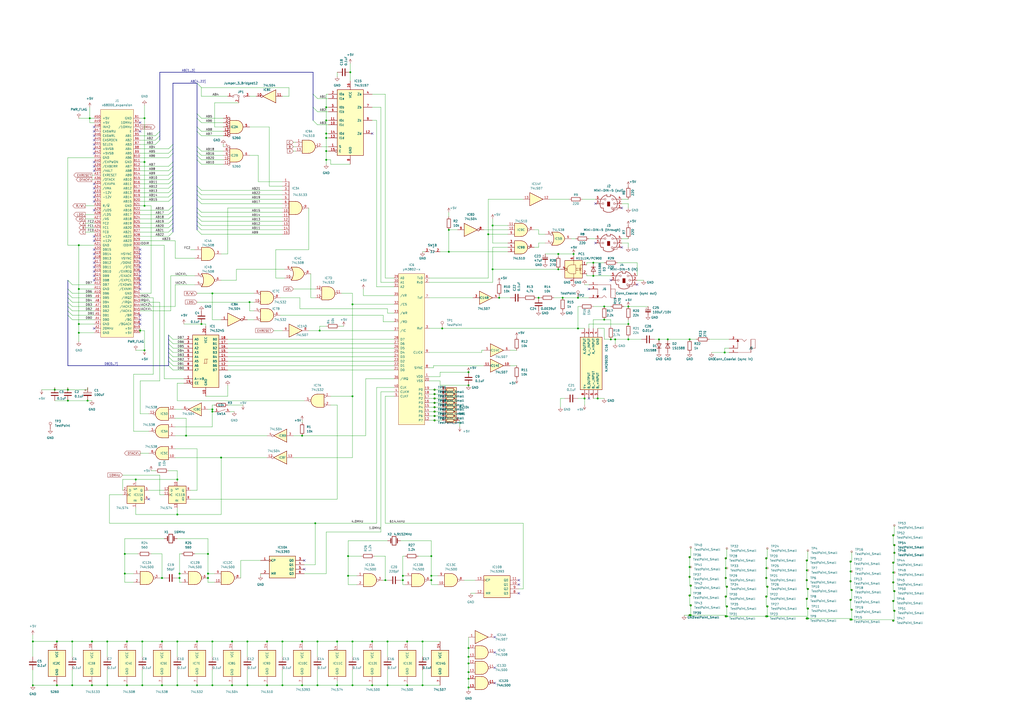
<source format=kicad_sch>
(kicad_sch (version 20230121) (generator eeschema)
  (paper "A2")
  (junction (at 201.93 322.58))
  (junction (at 45.72 142.24))
  (junction (at 256.54 190.5))
  (junction (at 387.35 196.85))
  (junction (at 400.685 356.87))
  (junction (at 468.63 358.775))
  (junction (at 350.52 185.42))
  (junction (at 104.14 332.74))
  (junction (at 518.795 342.9))
  (junction (at 467.995 330.835))
  (junction (at 182.88 303.53))
  (junction (at 224.79 372.11))
  (junction (at 102.87 397.51))
  (junction (at 45.72 193.04))
  (junction (at 289.56 172.72))
  (junction (at 45.72 167.64))
  (junction (at 252.095 241.3))
  (junction (at 78.74 278.13))
  (junction (at 224.79 397.51))
  (junction (at 102.87 278.13))
  (junction (at 323.85 156.21))
  (junction (at 518.795 316.23))
  (junction (at 53.34 397.51))
  (junction (at 494.03 342.265))
  (junction (at 252.095 233.68))
  (junction (at 344.17 160.02))
  (junction (at 518.795 320.675))
  (junction (at 195.58 397.51))
  (junction (at 518.795 354.33))
  (junction (at 518.16 360.045))
  (junction (at 400.685 351.155))
  (junction (at 53.34 372.11))
  (junction (at 204.47 176.53))
  (junction (at 189.23 87.63))
  (junction (at 73.66 397.51))
  (junction (at 493.395 337.185))
  (junction (at 445.135 340.36))
  (junction (at 364.49 187.96))
  (junction (at 123.19 397.51))
  (junction (at 82.55 397.51))
  (junction (at 518.16 348.615))
  (junction (at 50.8 232.41))
  (junction (at 144.78 175.26))
  (junction (at 467.995 358.775))
  (junction (at 134.62 397.51))
  (junction (at 518.16 337.82))
  (junction (at 143.51 372.11))
  (junction (at 346.71 231.14))
  (junction (at 400.05 334.645))
  (junction (at 382.27 196.85))
  (junction (at 421.005 346.075))
  (junction (at 400.05 345.44))
  (junction (at 120.65 332.74))
  (junction (at 332.74 147.32))
  (junction (at 250.19 322.58))
  (junction (at 123.19 237.49))
  (junction (at 493.395 347.98))
  (junction (at 204.47 372.11))
  (junction (at 444.5 357.505))
  (junction (at 285.75 130.81))
  (junction (at 203.2 41.91))
  (junction (at 250.19 334.01))
  (junction (at 493.395 325.755))
  (junction (at 116.84 187.96))
  (junction (at 444.5 346.075))
  (junction (at 123.19 372.11))
  (junction (at 323.85 147.32))
  (junction (at 195.58 372.11))
  (junction (at 52.07 68.58))
  (junction (at 41.91 397.51))
  (junction (at 285.75 156.21))
  (junction (at 518.16 332.105))
  (junction (at 335.28 190.5))
  (junction (at 31.75 226.06))
  (junction (at 72.39 321.31))
  (junction (at 62.23 397.51))
  (junction (at 344.17 152.4))
  (junction (at 252.095 231.14))
  (junction (at 271.78 215.9))
  (junction (at 73.66 372.11))
  (junction (at 271.78 389.89))
  (junction (at 350.52 177.8))
  (junction (at 260.35 146.05))
  (junction (at 518.16 310.515))
  (junction (at 467.995 325.12))
  (junction (at 468.63 341.63))
  (junction (at 236.22 372.11))
  (junction (at 252.095 228.6))
  (junction (at 223.52 336.55))
  (junction (at 189.23 92.71))
  (junction (at 245.11 397.51))
  (junction (at 45.72 187.96))
  (junction (at 271.78 393.7))
  (junction (at 184.15 397.51))
  (junction (at 204.47 229.87))
  (junction (at 83.82 119.38))
  (junction (at 33.02 397.51))
  (junction (at 271.78 398.78))
  (junction (at 245.11 372.11))
  (junction (at 114.3 397.51))
  (junction (at 335.28 172.72))
  (junction (at 163.83 397.51))
  (junction (at 364.49 177.8))
  (junction (at 354.33 196.85))
  (junction (at 93.98 372.11))
  (junction (at 82.55 372.11))
  (junction (at 400.685 339.725))
  (junction (at 175.26 252.73))
  (junction (at 19.05 397.51))
  (junction (at 120.65 321.31))
  (junction (at 189.23 80.01))
  (junction (at 400.05 356.87))
  (junction (at 39.37 226.06))
  (junction (at 364.49 196.85))
  (junction (at 250.19 336.55))
  (junction (at 201.93 334.01))
  (junction (at 326.39 172.72))
  (junction (at 445.135 357.505))
  (junction (at 189.23 69.85))
  (junction (at 41.91 372.11))
  (junction (at 185.42 191.77))
  (junction (at 271.78 375.92))
  (junction (at 83.82 93.98))
  (junction (at 236.22 397.51))
  (junction (at 421.005 323.85))
  (junction (at 444.5 335.28))
  (junction (at 189.23 77.47))
  (junction (at 102.87 298.45))
  (junction (at 107.95 252.73))
  (junction (at 312.42 172.72))
  (junction (at 252.095 226.06))
  (junction (at 120.65 335.28))
  (junction (at 252.095 238.76))
  (junction (at 400.05 323.215))
  (junction (at 339.09 231.14))
  (junction (at 39.37 232.41))
  (junction (at 93.98 397.51))
  (junction (at 72.39 332.74))
  (junction (at 400.05 328.93))
  (junction (at 252.095 236.22))
  (junction (at 445.135 351.79))
  (junction (at 114.3 372.11))
  (junction (at 421.005 329.565))
  (junction (at 421.64 351.79))
  (junction (at 494.03 353.695))
  (junction (at 154.94 397.51))
  (junction (at 83.82 68.58))
  (junction (at 233.68 334.01))
  (junction (at 421.005 335.28))
  (junction (at 215.9 372.11))
  (junction (at 493.395 331.47))
  (junction (at 19.05 372.11))
  (junction (at 252.095 243.84))
  (junction (at 123.19 170.18))
  (junction (at 518.16 326.39))
  (junction (at 356.87 196.85))
  (junction (at 93.98 335.28))
  (junction (at 189.23 62.23))
  (junction (at 283.21 135.89))
  (junction (at 175.26 397.51))
  (junction (at 400.05 196.85))
  (junction (at 494.03 359.41))
  (junction (at 33.02 372.11))
  (junction (at 420.37 204.47))
  (junction (at 444.5 329.565))
  (junction (at 128.27 265.43))
  (junction (at 184.15 372.11))
  (junction (at 421.64 357.505))
  (junction (at 143.51 397.51))
  (junction (at 81.28 191.77))
  (junction (at 215.9 397.51))
  (junction (at 204.47 397.51))
  (junction (at 175.26 372.11))
  (junction (at 62.23 372.11))
  (junction (at 260.35 133.35))
  (junction (at 123.19 238.76))
  (junction (at 444.5 323.85))
  (junction (at 102.87 372.11))
  (junction (at 421.64 340.36))
  (junction (at 271.78 223.52))
  (junction (at 104.14 335.28))
  (junction (at 154.94 372.11))
  (junction (at 493.395 359.41))
  (junction (at 83.82 203.2))
  (junction (at 421.005 357.505))
  (junction (at 467.995 336.55))
  (junction (at 271.78 384.81))
  (junction (at 134.62 372.11))
  (junction (at 233.68 336.55))
  (junction (at 271.78 381))
  (junction (at 468.63 353.06))
  (junction (at 163.83 372.11))
  (junction (at 467.995 347.345))
  (no_connect (at 81.28 149.86))
  (no_connect (at 176.53 330.2))
  (no_connect (at 54.61 99.06))
  (no_connect (at 81.28 185.42))
  (no_connect (at 287.02 378.46))
  (no_connect (at 81.28 71.12))
  (no_connect (at 54.61 147.32))
  (no_connect (at 360.68 143.51))
  (no_connect (at 54.61 157.48))
  (no_connect (at 81.28 182.88))
  (no_connect (at 54.61 154.94))
  (no_connect (at 341.63 231.14))
  (no_connect (at 300.99 339.09))
  (no_connect (at 81.28 154.94))
  (no_connect (at 54.61 152.4))
  (no_connect (at 54.61 88.9))
  (no_connect (at 81.28 76.2))
  (no_connect (at 54.61 83.82))
  (no_connect (at 54.61 86.36))
  (no_connect (at 81.28 152.4))
  (no_connect (at 54.61 121.92))
  (no_connect (at 86.36 289.56))
  (no_connect (at 81.28 157.48))
  (no_connect (at 369.57 165.1))
  (no_connect (at 341.63 167.64))
  (no_connect (at 345.44 140.97))
  (no_connect (at 81.28 147.32))
  (no_connect (at 54.61 76.2))
  (no_connect (at 54.61 93.98))
  (no_connect (at 54.61 114.3))
  (no_connect (at 54.61 73.66))
  (no_connect (at 81.28 144.78))
  (no_connect (at 81.28 187.96))
  (no_connect (at 287.02 387.35))
  (no_connect (at 54.61 139.7))
  (no_connect (at 345.44 118.11))
  (no_connect (at 300.99 336.55))
  (no_connect (at 287.02 369.57))
  (no_connect (at 81.28 165.1))
  (no_connect (at 81.28 167.64))
  (no_connect (at 215.9 77.47))
  (no_connect (at 54.61 190.5))
  (no_connect (at 287.02 396.24))
  (no_connect (at 54.61 144.78))
  (no_connect (at 54.61 78.74))
  (no_connect (at 54.61 160.02))
  (no_connect (at 54.61 106.68))
  (no_connect (at 54.61 116.84))
  (no_connect (at 54.61 109.22))
  (no_connect (at 360.68 120.65))
  (no_connect (at 176.53 325.12))
  (no_connect (at 354.33 162.56))
  (no_connect (at 81.28 162.56))
  (no_connect (at 54.61 81.28))
  (no_connect (at 54.61 137.16))
  (no_connect (at 81.28 160.02))
  (no_connect (at 54.61 162.56))
  (no_connect (at 54.61 149.86))
  (no_connect (at 300.99 344.17))
  (no_connect (at 54.61 96.52))
  (no_connect (at 54.61 111.76))
  (bus_entry (at 97.79 207.01) (size 2.54 2.54))
  (bus_entry (at 100.33 83.82) (size -2.54 2.54))
  (bus_entry (at 97.79 201.93) (size 2.54 2.54))
  (bus_entry (at 114.3 123.19) (size 2.54 2.54))
  (bus_entry (at 100.33 86.36) (size -2.54 2.54))
  (bus_entry (at 97.79 196.85) (size 2.54 2.54))
  (bus_entry (at 181.61 62.23) (size 2.54 2.54))
  (bus_entry (at 39.37 180.34) (size 2.54 2.54))
  (bus_entry (at 181.61 69.85) (size 2.54 2.54))
  (bus_entry (at 100.33 134.62) (size -2.54 2.54))
  (bus_entry (at 114.3 92.71) (size 2.54 2.54))
  (bus_entry (at 100.33 88.9) (size -2.54 2.54))
  (bus_entry (at 100.33 106.68) (size -2.54 2.54))
  (bus_entry (at 100.33 93.98) (size -2.54 2.54))
  (bus_entry (at 114.3 128.27) (size 2.54 2.54))
  (bus_entry (at 100.33 124.46) (size -2.54 2.54))
  (bus_entry (at 114.3 66.04) (size 2.54 2.54))
  (bus_entry (at 97.79 194.31) (size 2.54 2.54))
  (bus_entry (at 114.3 113.03) (size 2.54 2.54))
  (bus_entry (at 39.37 172.72) (size 2.54 2.54))
  (bus_entry (at 100.33 96.52) (size -2.54 2.54))
  (bus_entry (at 100.33 99.06) (size -2.54 2.54))
  (bus_entry (at 39.37 182.88) (size 2.54 2.54))
  (bus_entry (at 114.3 133.35) (size 2.54 2.54))
  (bus_entry (at 100.33 121.92) (size -2.54 2.54))
  (bus_entry (at 100.33 127) (size -2.54 2.54))
  (bus_entry (at 100.33 119.38) (size -2.54 2.54))
  (bus_entry (at 114.3 115.57) (size 2.54 2.54))
  (bus_entry (at 114.3 107.95) (size 2.54 2.54))
  (bus_entry (at 39.37 170.18) (size 2.54 2.54))
  (bus_entry (at 39.37 162.56) (size 2.54 2.54))
  (bus_entry (at 100.33 114.3) (size -2.54 2.54))
  (bus_entry (at 92.71 76.2) (size -2.54 2.54))
  (bus_entry (at 114.3 87.63) (size 2.54 2.54))
  (bus_entry (at 97.79 209.55) (size 2.54 2.54))
  (bus_entry (at 114.3 125.73) (size 2.54 2.54))
  (bus_entry (at 181.61 54.61) (size 2.54 2.54))
  (bus_entry (at 114.3 90.17) (size 2.54 2.54))
  (bus_entry (at 92.71 81.28) (size -2.54 2.54))
  (bus_entry (at 114.3 85.09) (size 2.54 2.54))
  (bus_entry (at 97.79 212.09) (size 2.54 2.54))
  (bus_entry (at 100.33 104.14) (size -2.54 2.54))
  (bus_entry (at 97.79 199.39) (size 2.54 2.54))
  (bus_entry (at 114.3 73.66) (size 2.54 2.54))
  (bus_entry (at 39.37 177.8) (size 2.54 2.54))
  (bus_entry (at 114.3 110.49) (size 2.54 2.54))
  (bus_entry (at 100.33 132.08) (size -2.54 2.54))
  (bus_entry (at 100.33 109.22) (size -2.54 2.54))
  (bus_entry (at 100.33 101.6) (size -2.54 2.54))
  (bus_entry (at 114.3 68.58) (size 2.54 2.54))
  (bus_entry (at 39.37 175.26) (size 2.54 2.54))
  (bus_entry (at 97.79 204.47) (size 2.54 2.54))
  (bus_entry (at 100.33 111.76) (size -2.54 2.54))
  (bus_entry (at 114.3 120.65) (size 2.54 2.54))
  (bus_entry (at 114.3 76.2) (size 2.54 2.54))
  (bus_entry (at 39.37 167.64) (size 2.54 2.54))
  (bus_entry (at 114.3 130.81) (size 2.54 2.54))
  (bus_entry (at 92.71 78.74) (size -2.54 2.54))
  (bus_entry (at 114.3 48.26) (size 2.54 2.54))
  (bus_entry (at 100.33 129.54) (size -2.54 2.54))
  (wire (pts (xy 143.51 388.62) (xy 143.51 397.51)))
  (wire (pts (xy 248.92 241.3) (xy 252.095 241.3)))
  (wire (pts (xy 285.75 140.97) (xy 285.75 130.81)))
  (wire (pts (xy 248.92 163.83) (xy 285.75 163.83)))
  (wire (pts (xy 234.95 339.09) (xy 233.68 339.09)))
  (wire (pts (xy 218.44 224.79) (xy 218.44 303.53)))
  (wire (pts (xy 72.39 332.74) (xy 72.39 337.82)))
  (wire (pts (xy 195.58 394.97) (xy 195.58 397.51)))
  (wire (pts (xy 421.005 351.79) (xy 421.64 351.79)))
  (bus (pts (xy 100.33 48.26) (xy 100.33 83.82)))
  (wire (pts (xy 41.91 172.72) (xy 54.61 172.72)))
  (bus (pts (xy 92.71 78.74) (xy 92.71 81.28)))
  (wire (pts (xy 106.68 222.25) (xy 102.87 222.25)))
  (wire (pts (xy 344.17 190.5) (xy 344.17 185.42)))
  (wire (pts (xy 242.57 322.58) (xy 250.19 322.58)))
  (wire (pts (xy 189.23 87.63) (xy 189.23 80.01)))
  (bus (pts (xy 114.3 110.49) (xy 114.3 113.03)))
  (wire (pts (xy 223.52 322.58) (xy 223.52 336.55)))
  (wire (pts (xy 255.27 215.9) (xy 255.27 218.44)))
  (wire (pts (xy 81.28 129.54) (xy 97.79 129.54)))
  (wire (pts (xy 132.08 120.65) (xy 132.08 147.32)))
  (wire (pts (xy 248.92 228.6) (xy 252.095 228.6)))
  (wire (pts (xy 223.52 336.55) (xy 224.79 336.55)))
  (wire (pts (xy 176.53 327.66) (xy 182.88 327.66)))
  (wire (pts (xy 344.17 177.8) (xy 350.52 177.8)))
  (wire (pts (xy 400.685 351.155) (xy 400.685 356.87)))
  (wire (pts (xy 160.02 144.78) (xy 160.02 161.29)))
  (wire (pts (xy 400.685 317.5) (xy 400.685 323.215)))
  (bus (pts (xy 114.3 73.66) (xy 114.3 76.2)))
  (wire (pts (xy 132.08 201.93) (xy 228.6 201.93)))
  (wire (pts (xy 195.58 372.11) (xy 204.47 372.11)))
  (wire (pts (xy 167.64 55.88) (xy 163.83 55.88)))
  (wire (pts (xy 99.06 160.02) (xy 113.03 160.02)))
  (wire (pts (xy 248.92 172.72) (xy 274.32 172.72)))
  (wire (pts (xy 251.46 212.09) (xy 251.46 213.36)))
  (wire (pts (xy 260.35 133.35) (xy 265.43 133.35)))
  (wire (pts (xy 132.08 229.87) (xy 132.08 223.52)))
  (wire (pts (xy 361.95 177.8) (xy 364.49 177.8)))
  (wire (pts (xy 224.79 179.07) (xy 224.79 181.61)))
  (wire (pts (xy 100.33 201.93) (xy 106.68 201.93)))
  (wire (pts (xy 102.87 397.51) (xy 114.3 397.51)))
  (wire (pts (xy 53.34 104.14) (xy 54.61 104.14)))
  (wire (pts (xy 102.87 298.45) (xy 128.27 298.45)))
  (wire (pts (xy 45.72 187.96) (xy 54.61 187.96)))
  (bus (pts (xy 39.37 212.09) (xy 39.37 182.88)))
  (wire (pts (xy 444.5 323.85) (xy 444.5 329.565)))
  (wire (pts (xy 81.28 114.3) (xy 97.79 114.3)))
  (wire (pts (xy 162.56 172.72) (xy 173.99 172.72)))
  (wire (pts (xy 154.94 372.11) (xy 163.83 372.11)))
  (wire (pts (xy 81.28 172.72) (xy 88.9 172.72)))
  (wire (pts (xy 233.68 339.09) (xy 233.68 336.55)))
  (wire (pts (xy 335.28 172.72) (xy 341.63 172.72)))
  (bus (pts (xy 114.3 107.95) (xy 114.3 110.49)))
  (wire (pts (xy 100.33 204.47) (xy 106.68 204.47)))
  (wire (pts (xy 116.84 90.17) (xy 129.54 90.17)))
  (bus (pts (xy 100.33 83.82) (xy 100.33 86.36)))
  (wire (pts (xy 78.74 278.13) (xy 78.74 279.4)))
  (wire (pts (xy 248.92 213.36) (xy 251.46 213.36)))
  (wire (pts (xy 493.395 342.265) (xy 494.03 342.265)))
  (wire (pts (xy 45.72 167.64) (xy 54.61 167.64)))
  (wire (pts (xy 421.005 323.85) (xy 421.005 329.565)))
  (wire (pts (xy 518.16 342.9) (xy 518.795 342.9)))
  (wire (pts (xy 114.3 372.11) (xy 123.19 372.11)))
  (wire (pts (xy 252.095 226.06) (xy 256.54 226.06)))
  (wire (pts (xy 201.93 334.01) (xy 207.01 334.01)))
  (wire (pts (xy 45.72 167.64) (xy 45.72 142.24)))
  (wire (pts (xy 114.3 260.35) (xy 114.3 284.48)))
  (wire (pts (xy 52.07 62.23) (xy 52.07 68.58)))
  (wire (pts (xy 467.995 347.345) (xy 467.995 353.06)))
  (wire (pts (xy 220.98 62.23) (xy 220.98 163.83)))
  (wire (pts (xy 95.25 312.42) (xy 72.39 312.42)))
  (wire (pts (xy 422.91 201.93) (xy 420.37 201.93)))
  (wire (pts (xy 163.83 120.65) (xy 132.08 120.65)))
  (wire (pts (xy 400.05 328.93) (xy 400.685 328.93)))
  (bus (pts (xy 100.33 96.52) (xy 100.33 99.06)))
  (wire (pts (xy 412.75 204.47) (xy 420.37 204.47)))
  (wire (pts (xy 467.995 341.63) (xy 468.63 341.63)))
  (wire (pts (xy 179.07 144.78) (xy 160.02 144.78)))
  (wire (pts (xy 248.92 243.84) (xy 252.095 243.84)))
  (wire (pts (xy 217.17 322.58) (xy 223.52 322.58)))
  (wire (pts (xy 123.19 397.51) (xy 134.62 397.51)))
  (wire (pts (xy 101.6 252.73) (xy 107.95 252.73)))
  (bus (pts (xy 39.37 175.26) (xy 39.37 177.8)))
  (wire (pts (xy 81.28 119.38) (xy 83.82 119.38)))
  (wire (pts (xy 184.15 72.39) (xy 190.5 72.39)))
  (wire (pts (xy 255.27 146.05) (xy 260.35 146.05)))
  (wire (pts (xy 81.28 180.34) (xy 99.06 180.34)))
  (wire (pts (xy 81.28 121.92) (xy 97.79 121.92)))
  (wire (pts (xy 116.84 78.74) (xy 129.54 78.74)))
  (wire (pts (xy 228.6 161.29) (xy 223.52 161.29)))
  (wire (pts (xy 518.795 326.39) (xy 518.16 326.39)))
  (wire (pts (xy 234.95 322.58) (xy 233.68 322.58)))
  (wire (pts (xy 222.25 182.88) (xy 222.25 186.69)))
  (wire (pts (xy 341.63 187.96) (xy 364.49 187.96)))
  (wire (pts (xy 49.53 129.54) (xy 54.61 129.54)))
  (wire (pts (xy 201.93 313.69) (xy 201.93 322.58)))
  (wire (pts (xy 175.26 372.11) (xy 184.15 372.11)))
  (wire (pts (xy 101.6 265.43) (xy 128.27 265.43)))
  (wire (pts (xy 102.87 388.62) (xy 102.87 397.51)))
  (bus (pts (xy 114.3 92.71) (xy 114.3 107.95)))
  (wire (pts (xy 494.03 320.04) (xy 494.03 325.755)))
  (wire (pts (xy 445.135 346.075) (xy 444.5 346.075)))
  (wire (pts (xy 344.17 231.14) (xy 346.71 231.14)))
  (wire (pts (xy 128.27 265.43) (xy 128.27 298.45)))
  (wire (pts (xy 81.28 96.52) (xy 97.79 96.52)))
  (wire (pts (xy 445.135 351.79) (xy 445.135 357.505)))
  (wire (pts (xy 279.4 204.47) (xy 248.92 204.47)))
  (wire (pts (xy 45.72 142.24) (xy 54.61 142.24)))
  (wire (pts (xy 53.34 397.51) (xy 62.23 397.51)))
  (wire (pts (xy 102.87 222.25) (xy 102.87 232.41)))
  (wire (pts (xy 39.37 91.44) (xy 39.37 142.24)))
  (wire (pts (xy 364.49 195.58) (xy 364.49 196.85)))
  (wire (pts (xy 189.23 77.47) (xy 190.5 77.47)))
  (wire (pts (xy 81.28 106.68) (xy 97.79 106.68)))
  (wire (pts (xy 81.28 78.74) (xy 90.17 78.74)))
  (wire (pts (xy 49.53 124.46) (xy 54.61 124.46)))
  (wire (pts (xy 468.63 325.12) (xy 467.995 325.12)))
  (wire (pts (xy 248.92 238.76) (xy 252.095 238.76)))
  (bus (pts (xy 100.33 99.06) (xy 100.33 101.6)))
  (wire (pts (xy 289.56 172.72) (xy 295.91 172.72)))
  (wire (pts (xy 144.78 175.26) (xy 144.78 180.34)))
  (wire (pts (xy 81.28 86.36) (xy 97.79 86.36)))
  (wire (pts (xy 285.75 156.21) (xy 285.75 163.83)))
  (wire (pts (xy 45.72 187.96) (xy 45.72 167.64)))
  (wire (pts (xy 245.11 397.51) (xy 255.27 397.51)))
  (wire (pts (xy 493.395 337.185) (xy 493.395 342.265)))
  (wire (pts (xy 400.685 345.44) (xy 400.05 345.44)))
  (wire (pts (xy 189.23 308.61) (xy 220.98 308.61)))
  (bus (pts (xy 114.3 128.27) (xy 114.3 130.81)))
  (wire (pts (xy 444.5 340.36) (xy 445.135 340.36)))
  (bus (pts (xy 114.3 113.03) (xy 114.3 115.57)))
  (wire (pts (xy 163.83 397.51) (xy 175.26 397.51)))
  (wire (pts (xy 116.84 110.49) (xy 163.83 110.49)))
  (wire (pts (xy 162.56 182.88) (xy 222.25 182.88)))
  (wire (pts (xy 72.39 337.82) (xy 77.47 337.82)))
  (wire (pts (xy 518.795 360.045) (xy 518.16 360.045)))
  (wire (pts (xy 467.995 357.505) (xy 467.995 358.775)))
  (wire (pts (xy 340.36 160.02) (xy 340.36 158.75)))
  (wire (pts (xy 49.53 119.38) (xy 54.61 119.38)))
  (wire (pts (xy 81.28 104.14) (xy 97.79 104.14)))
  (wire (pts (xy 173.99 179.07) (xy 224.79 179.07)))
  (wire (pts (xy 350.52 177.8) (xy 354.33 177.8)))
  (wire (pts (xy 124.46 234.95) (xy 123.19 234.95)))
  (wire (pts (xy 518.16 332.105) (xy 518.16 337.82)))
  (wire (pts (xy 101.6 149.86) (xy 113.03 149.86)))
  (wire (pts (xy 494.03 359.41) (xy 518.16 359.41)))
  (wire (pts (xy 52.07 68.58) (xy 52.07 71.12)))
  (wire (pts (xy 312.42 172.72) (xy 311.15 172.72)))
  (wire (pts (xy 445.135 318.135) (xy 445.135 323.85)))
  (wire (pts (xy 199.39 189.23) (xy 196.85 189.23)))
  (wire (pts (xy 100.33 196.85) (xy 106.68 196.85)))
  (wire (pts (xy 364.49 118.11) (xy 360.68 118.11)))
  (wire (pts (xy 283.21 135.89) (xy 294.64 135.89)))
  (wire (pts (xy 255.27 223.52) (xy 271.78 223.52)))
  (wire (pts (xy 105.41 321.31) (xy 104.14 321.31)))
  (wire (pts (xy 102.87 372.11) (xy 102.87 381)))
  (wire (pts (xy 309.88 143.51) (xy 312.42 143.51)))
  (wire (pts (xy 185.42 189.23) (xy 185.42 191.77)))
  (wire (pts (xy 102.87 312.42) (xy 120.65 312.42)))
  (bus (pts (xy 114.3 48.26) (xy 114.3 66.04)))
  (wire (pts (xy 31.75 232.41) (xy 39.37 232.41)))
  (wire (pts (xy 271.78 375.92) (xy 271.78 381)))
  (wire (pts (xy 175.26 252.73) (xy 170.18 252.73)))
  (wire (pts (xy 92.71 275.59) (xy 92.71 287.02)))
  (wire (pts (xy 33.02 397.51) (xy 41.91 397.51)))
  (wire (pts (xy 195.58 397.51) (xy 204.47 397.51)))
  (bus (pts (xy 100.33 93.98) (xy 100.33 96.52)))
  (wire (pts (xy 285.75 143.51) (xy 285.75 156.21)))
  (wire (pts (xy 41.91 175.26) (xy 54.61 175.26)))
  (wire (pts (xy 400.05 323.215) (xy 400.05 328.93)))
  (bus (pts (xy 100.33 129.54) (xy 100.33 132.08)))
  (wire (pts (xy 143.51 372.11) (xy 143.51 381)))
  (wire (pts (xy 189.23 87.63) (xy 190.5 87.63)))
  (wire (pts (xy 123.19 372.11) (xy 134.62 372.11)))
  (wire (pts (xy 72.39 332.74) (xy 77.47 332.74)))
  (wire (pts (xy 102.87 232.41) (xy 176.53 232.41)))
  (wire (pts (xy 260.35 123.19) (xy 260.35 125.73)))
  (wire (pts (xy 41.91 388.62) (xy 41.91 397.51)))
  (wire (pts (xy 45.72 193.04) (xy 45.72 187.96)))
  (wire (pts (xy 224.79 397.51) (xy 236.22 397.51)))
  (wire (pts (xy 102.87 372.11) (xy 114.3 372.11)))
  (wire (pts (xy 53.34 372.11) (xy 62.23 372.11)))
  (bus (pts (xy 100.33 106.68) (xy 100.33 109.22)))
  (wire (pts (xy 224.79 313.69) (xy 201.93 313.69)))
  (wire (pts (xy 54.61 71.12) (xy 52.07 71.12)))
  (bus (pts (xy 100.33 114.3) (xy 100.33 119.38)))
  (wire (pts (xy 41.91 397.51) (xy 53.34 397.51)))
  (wire (pts (xy 252.095 238.76) (xy 256.54 238.76)))
  (wire (pts (xy 77.47 217.17) (xy 77.47 250.19)))
  (wire (pts (xy 340.36 152.4) (xy 340.36 153.67)))
  (wire (pts (xy 421.64 357.505) (xy 444.5 357.505)))
  (wire (pts (xy 189.23 95.25) (xy 189.23 92.71)))
  (wire (pts (xy 81.28 83.82) (xy 90.17 83.82)))
  (bus (pts (xy 39.37 162.56) (xy 39.37 167.64)))
  (wire (pts (xy 87.63 321.31) (xy 93.98 321.31)))
  (wire (pts (xy 123.19 372.11) (xy 123.19 381)))
  (wire (pts (xy 350.52 190.5) (xy 350.52 196.85)))
  (wire (pts (xy 49.53 127) (xy 54.61 127)))
  (wire (pts (xy 189.23 77.47) (xy 189.23 69.85)))
  (wire (pts (xy 245.11 372.11) (xy 255.27 372.11)))
  (wire (pts (xy 215.9 62.23) (xy 220.98 62.23)))
  (wire (pts (xy 189.23 62.23) (xy 189.23 69.85)))
  (wire (pts (xy 114.3 170.18) (xy 123.19 170.18)))
  (wire (pts (xy 444.5 335.28) (xy 444.5 340.36)))
  (wire (pts (xy 62.23 397.51) (xy 73.66 397.51)))
  (wire (pts (xy 421.64 351.79) (xy 421.64 357.505)))
  (wire (pts (xy 518.795 310.515) (xy 518.16 310.515)))
  (wire (pts (xy 220.98 227.33) (xy 220.98 308.61)))
  (wire (pts (xy 233.68 334.01) (xy 233.68 336.55)))
  (wire (pts (xy 327.66 231.14) (xy 325.12 231.14)))
  (wire (pts (xy 81.28 81.28) (xy 90.17 81.28)))
  (wire (pts (xy 411.48 196.85) (xy 422.91 196.85)))
  (wire (pts (xy 123.19 234.95) (xy 123.19 237.49)))
  (wire (pts (xy 156.21 107.95) (xy 163.83 107.95)))
  (wire (pts (xy 421.64 323.85) (xy 421.005 323.85)))
  (wire (pts (xy 163.83 372.11) (xy 175.26 372.11)))
  (wire (pts (xy 184.15 372.11) (xy 184.15 381)))
  (wire (pts (xy 369.57 160.02) (xy 369.57 152.4)))
  (wire (pts (xy 246.38 146.05) (xy 245.11 146.05)))
  (wire (pts (xy 494.03 342.265) (xy 494.03 347.98)))
  (wire (pts (xy 204.47 176.53) (xy 228.6 176.53)))
  (wire (pts (xy 493.395 331.47) (xy 494.03 331.47)))
  (wire (pts (xy 114.3 175.26) (xy 144.78 175.26)))
  (wire (pts (xy 77.47 250.19) (xy 86.36 250.19)))
  (wire (pts (xy 184.15 57.15) (xy 190.5 57.15)))
  (wire (pts (xy 41.91 372.11) (xy 53.34 372.11)))
  (wire (pts (xy 31.75 226.06) (xy 39.37 226.06)))
  (wire (pts (xy 86.36 240.03) (xy 81.28 240.03)))
  (wire (pts (xy 19.05 368.3) (xy 19.05 372.11)))
  (wire (pts (xy 387.35 196.85) (xy 400.05 196.85)))
  (wire (pts (xy 81.28 116.84) (xy 97.79 116.84)))
  (bus (pts (xy 100.33 86.36) (xy 100.33 88.9)))
  (wire (pts (xy 445.135 323.85) (xy 444.5 323.85)))
  (bus (pts (xy 100.33 119.38) (xy 100.33 121.92)))
  (wire (pts (xy 134.62 372.11) (xy 143.51 372.11)))
  (bus (pts (xy 39.37 180.34) (xy 39.37 182.88)))
  (wire (pts (xy 128.27 265.43) (xy 154.94 265.43)))
  (bus (pts (xy 39.37 170.18) (xy 39.37 172.72)))
  (wire (pts (xy 204.47 381) (xy 204.47 372.11)))
  (wire (pts (xy 41.91 182.88) (xy 54.61 182.88)))
  (wire (pts (xy 468.63 352.425) (xy 468.63 353.06)))
  (wire (pts (xy 203.2 41.91) (xy 203.2 46.99)))
  (wire (pts (xy 110.49 289.56) (xy 195.58 289.56)))
  (wire (pts (xy 326.39 172.72) (xy 335.28 172.72)))
  (wire (pts (xy 149.86 105.41) (xy 163.83 105.41)))
  (bus (pts (xy 114.3 125.73) (xy 114.3 128.27)))
  (wire (pts (xy 104.14 337.82) (xy 104.14 335.28)))
  (wire (pts (xy 124.46 337.82) (xy 120.65 337.82)))
  (wire (pts (xy 101.6 237.49) (xy 105.41 237.49)))
  (wire (pts (xy 323.85 147.32) (xy 323.85 148.59)))
  (wire (pts (xy 53.34 101.6) (xy 54.61 101.6)))
  (wire (pts (xy 116.84 128.27) (xy 163.83 128.27)))
  (wire (pts (xy 170.18 82.55) (xy 171.45 82.55)))
  (wire (pts (xy 92.71 220.98) (xy 92.71 175.26)))
  (wire (pts (xy 252.095 243.84) (xy 256.54 243.84)))
  (wire (pts (xy 120.65 335.28) (xy 120.65 337.82)))
  (wire (pts (xy 81.28 88.9) (xy 97.79 88.9)))
  (bus (pts (xy 181.61 41.91) (xy 181.61 54.61)))
  (wire (pts (xy 354.33 196.85) (xy 350.52 196.85)))
  (wire (pts (xy 132.08 234.95) (xy 140.97 234.95)))
  (wire (pts (xy 151.13 332.74) (xy 151.13 334.01)))
  (wire (pts (xy 248.92 190.5) (xy 256.54 190.5)))
  (wire (pts (xy 364.49 143.51) (xy 364.49 140.97)))
  (wire (pts (xy 223.52 54.61) (xy 215.9 54.61)))
  (wire (pts (xy 210.82 171.45) (xy 228.6 171.45)))
  (wire (pts (xy 185.42 191.77) (xy 228.6 191.77)))
  (wire (pts (xy 41.91 165.1) (xy 54.61 165.1)))
  (wire (pts (xy 116.84 92.71) (xy 129.54 92.71)))
  (wire (pts (xy 248.92 233.68) (xy 252.095 233.68)))
  (wire (pts (xy 222.25 336.55) (xy 223.52 336.55)))
  (wire (pts (xy 102.87 294.64) (xy 102.87 298.45)))
  (wire (pts (xy 154.94 397.51) (xy 163.83 397.51)))
  (wire (pts (xy 218.44 69.85) (xy 215.9 69.85)))
  (wire (pts (xy 303.53 341.63) (xy 303.53 303.53)))
  (wire (pts (xy 248.92 161.29) (xy 283.21 161.29)))
  (wire (pts (xy 72.39 321.31) (xy 80.01 321.31)))
  (wire (pts (xy 143.51 372.11) (xy 154.94 372.11)))
  (wire (pts (xy 285.75 127) (xy 285.75 130.81)))
  (wire (pts (xy 518.795 353.695) (xy 518.795 354.33)))
  (wire (pts (xy 180.34 172.72) (xy 182.88 172.72)))
  (wire (pts (xy 195.58 234.95) (xy 195.58 289.56)))
  (wire (pts (xy 87.63 170.18) (xy 87.63 119.38)))
  (wire (pts (xy 518.16 359.41) (xy 518.16 360.045)))
  (wire (pts (xy 369.57 162.56) (xy 373.38 162.56)))
  (wire (pts (xy 41.91 180.34) (xy 54.61 180.34)))
  (wire (pts (xy 400.05 339.725) (xy 400.685 339.725)))
  (wire (pts (xy 323.85 147.32) (xy 332.74 147.32)))
  (wire (pts (xy 100.33 212.09) (xy 106.68 212.09)))
  (bus (pts (xy 92.71 41.91) (xy 181.61 41.91)))
  (wire (pts (xy 294.64 140.97) (xy 285.75 140.97)))
  (wire (pts (xy 295.91 203.2) (xy 299.72 203.2)))
  (wire (pts (xy 312.42 143.51) (xy 312.42 140.97)))
  (wire (pts (xy 356.87 196.85) (xy 356.87 199.39)))
  (bus (pts (xy 97.79 194.31) (xy 97.79 196.85)))
  (wire (pts (xy 421.005 357.505) (xy 421.64 357.505)))
  (wire (pts (xy 233.68 322.58) (xy 233.68 334.01)))
  (bus (pts (xy 114.3 85.09) (xy 114.3 87.63)))
  (wire (pts (xy 468.63 341.63) (xy 468.63 347.345)))
  (bus (pts (xy 114.3 76.2) (xy 114.3 85.09)))
  (wire (pts (xy 129.54 83.82) (xy 129.54 85.09)))
  (wire (pts (xy 116.84 130.81) (xy 163.83 130.81)))
  (wire (pts (xy 468.63 358.775) (xy 493.395 358.775)))
  (bus (pts (xy 114.3 115.57) (xy 114.3 120.65)))
  (wire (pts (xy 93.98 372.11) (xy 102.87 372.11)))
  (wire (pts (xy 494.03 353.06) (xy 494.03 353.695)))
  (wire (pts (xy 120.65 335.28) (xy 120.65 332.74)))
  (bus (pts (xy 100.33 111.76) (xy 100.33 114.3)))
  (wire (pts (xy 62.23 372.11) (xy 62.23 381)))
  (wire (pts (xy 325.12 231.14) (xy 325.12 236.22)))
  (wire (pts (xy 360.68 115.57) (xy 364.49 115.57)))
  (wire (pts (xy 124.46 73.66) (xy 129.54 73.66)))
  (wire (pts (xy 344.17 185.42) (xy 350.52 185.42)))
  (wire (pts (xy 163.83 388.62) (xy 163.83 397.51)))
  (wire (pts (xy 170.18 87.63) (xy 171.45 87.63)))
  (wire (pts (xy 444.5 329.565) (xy 444.5 335.28)))
  (wire (pts (xy 160.02 161.29) (xy 165.1 161.29)))
  (wire (pts (xy 71.12 284.48) (xy 71.12 278.13)))
  (wire (pts (xy 364.49 120.65) (xy 364.49 118.11)))
  (wire (pts (xy 266.7 243.84) (xy 266.7 247.65)))
  (wire (pts (xy 248.92 226.06) (xy 252.095 226.06)))
  (wire (pts (xy 189.23 80.01) (xy 190.5 80.01)))
  (wire (pts (xy 83.82 191.77) (xy 81.28 191.77)))
  (wire (pts (xy 223.52 303.53) (xy 223.52 229.87)))
  (wire (pts (xy 354.33 189.23) (xy 354.33 185.42)))
  (wire (pts (xy 143.51 185.42) (xy 147.32 185.42)))
  (wire (pts (xy 400.05 328.93) (xy 400.05 334.645)))
  (wire (pts (xy 201.93 322.58) (xy 209.55 322.58)))
  (wire (pts (xy 81.28 137.16) (xy 97.79 137.16)))
  (wire (pts (xy 81.28 99.06) (xy 97.79 99.06)))
  (wire (pts (xy 81.28 93.98) (xy 83.82 93.98)))
  (bus (pts (xy 100.33 88.9) (xy 100.33 93.98)))
  (bus (pts (xy 97.79 196.85) (xy 97.79 199.39)))
  (wire (pts (xy 163.83 372.11) (xy 163.83 381)))
  (wire (pts (xy 195.58 41.91) (xy 195.58 44.45)))
  (wire (pts (xy 175.26 252.73) (xy 212.09 252.73)))
  (wire (pts (xy 421.64 351.155) (xy 421.64 351.79)))
  (wire (pts (xy 132.08 209.55) (xy 228.6 209.55)))
  (wire (pts (xy 83.82 68.58) (xy 83.82 60.96)))
  (wire (pts (xy 116.84 125.73) (xy 163.83 125.73)))
  (wire (pts (xy 128.27 185.42) (xy 123.19 185.42)))
  (wire (pts (xy 269.24 336.55) (xy 275.59 336.55)))
  (wire (pts (xy 144.78 90.17) (xy 149.86 90.17)))
  (wire (pts (xy 123.19 238.76) (xy 123.19 247.65)))
  (wire (pts (xy 116.84 113.03) (xy 163.83 113.03)))
  (wire (pts (xy 144.78 175.26) (xy 147.32 175.26)))
  (wire (pts (xy 143.51 397.51) (xy 154.94 397.51)))
  (wire (pts (xy 50.8 232.41) (xy 53.34 232.41)))
  (wire (pts (xy 250.19 334.01) (xy 254 334.01)))
  (bus (pts (xy 114.3 90.17) (xy 114.3 92.71)))
  (wire (pts (xy 289.56 171.45) (xy 289.56 172.72)))
  (wire (pts (xy 309.88 133.35) (xy 312.42 133.35)))
  (wire (pts (xy 170.18 85.09) (xy 171.45 85.09)))
  (wire (pts (xy 201.93 334.01) (xy 201.93 339.09)))
  (bus (pts (xy 97.79 201.93) (xy 97.79 204.47)))
  (wire (pts (xy 444.5 346.075) (xy 444.5 351.79)))
  (wire (pts (xy 212.09 219.71) (xy 212.09 252.73)))
  (wire (pts (xy 119.38 187.96) (xy 119.38 189.23)))
  (wire (pts (xy 203.2 36.83) (xy 203.2 41.91)))
  (wire (pts (xy 312.42 140.97) (xy 316.23 140.97)))
  (wire (pts (xy 494.03 353.695) (xy 494.03 359.41)))
  (wire (pts (xy 364.49 185.42) (xy 364.49 187.96)))
  (wire (pts (xy 92.71 335.28) (xy 93.98 335.28)))
  (wire (pts (xy 175.26 397.51) (xy 184.15 397.51)))
  (wire (pts (xy 335.28 190.5) (xy 335.28 177.8)))
  (wire (pts (xy 252.095 231.14) (xy 256.54 231.14)))
  (wire (pts (xy 39.37 226.06) (xy 39.37 224.79)))
  (wire (pts (xy 518.795 342.9) (xy 518.795 348.615)))
  (wire (pts (xy 400.05 345.44) (xy 400.05 351.155)))
  (wire (pts (xy 101.6 165.1) (xy 113.03 165.1)))
  (wire (pts (xy 224.79 181.61) (xy 228.6 181.61)))
  (wire (pts (xy 45.72 193.04) (xy 45.72 198.12)))
  (wire (pts (xy 189.23 80.01) (xy 189.23 77.47)))
  (wire (pts (xy 354.33 160.02) (xy 344.17 160.02)))
  (wire (pts (xy 341.63 138.43) (xy 345.44 138.43)))
  (wire (pts (xy 81.28 127) (xy 97.79 127)))
  (wire (pts (xy 116.84 50.8) (xy 167.64 50.8)))
  (wire (pts (xy 107.95 252.73) (xy 154.94 252.73)))
  (wire (pts (xy 420.37 201.93) (xy 420.37 204.47)))
  (wire (pts (xy 45.72 68.58) (xy 52.07 68.58)))
  (bus (pts (xy 39.37 172.72) (xy 39.37 175.26)))
  (wire (pts (xy 255.27 220.98) (xy 255.27 223.52)))
  (wire (pts (xy 364.49 140.97) (xy 360.68 140.97)))
  (wire (pts (xy 101.6 260.35) (xy 114.3 260.35)))
  (wire (pts (xy 295.91 212.09) (xy 299.72 212.09)))
  (wire (pts (xy 518.795 348.615) (xy 518.16 348.615)))
  (wire (pts (xy 271.78 393.7) (xy 271.78 398.78)))
  (wire (pts (xy 271.78 389.89) (xy 271.78 393.7)))
  (wire (pts (xy 250.19 336.55) (xy 250.19 334.01)))
  (wire (pts (xy 41.91 170.18) (xy 54.61 170.18)))
  (wire (pts (xy 105.41 337.82) (xy 104.14 337.82)))
  (wire (pts (xy 204.47 170.18) (xy 204.47 176.53)))
  (wire (pts (xy 215.9 372.11) (xy 224.79 372.11)))
  (wire (pts (xy 421.005 346.075) (xy 421.005 351.79)))
  (wire (pts (xy 518.795 320.675) (xy 518.795 326.39)))
  (wire (pts (xy 300.99 341.63) (xy 303.53 341.63)))
  (wire (pts (xy 63.5 287.02) (xy 71.12 287.02)))
  (wire (pts (xy 104.14 332.74) (xy 104.14 335.28)))
  (wire (pts (xy 204.47 176.53) (xy 204.47 229.87)))
  (wire (pts (xy 86.36 284.48) (xy 95.25 284.48)))
  (wire (pts (xy 81.28 262.89) (xy 86.36 262.89)))
  (wire (pts (xy 39.37 91.44) (xy 54.61 91.44)))
  (wire (pts (xy 107.95 242.57) (xy 107.95 252.73)))
  (wire (pts (xy 100.33 214.63) (xy 106.68 214.63)))
  (wire (pts (xy 191.77 229.87) (xy 204.47 229.87)))
  (wire (pts (xy 81.28 101.6) (xy 97.79 101.6)))
  (wire (pts (xy 92.71 287.02) (xy 95.25 287.02)))
  (wire (pts (xy 252.095 233.68) (xy 256.54 233.68)))
  (wire (pts (xy 189.23 62.23) (xy 190.5 62.23)))
  (wire (pts (xy 400.05 196.85) (xy 403.86 196.85)))
  (wire (pts (xy 316.23 147.32) (xy 323.85 147.32)))
  (wire (pts (xy 271.78 369.57) (xy 271.78 375.92)))
  (wire (pts (xy 204.47 372.11) (xy 215.9 372.11)))
  (wire (pts (xy 81.28 134.62) (xy 97.79 134.62)))
  (wire (pts (xy 354.33 196.85) (xy 356.87 196.85)))
  (wire (pts (xy 116.84 50.8) (xy 116.84 55.88)))
  (wire (pts (xy 81.28 177.8) (xy 101.6 177.8)))
  (wire (pts (xy 102.87 273.05) (xy 102.87 278.13)))
  (wire (pts (xy 273.05 344.17) (xy 275.59 344.17)))
  (wire (pts (xy 81.28 142.24) (xy 95.25 142.24)))
  (wire (pts (xy 116.84 123.19) (xy 163.83 123.19)))
  (wire (pts (xy 285.75 156.21) (xy 323.85 156.21)))
  (bus (pts (xy 181.61 54.61) (xy 181.61 62.23)))
  (wire (pts (xy 132.08 207.01) (xy 228.6 207.01)))
  (wire (pts (xy 252.095 228.6) (xy 256.54 228.6)))
  (wire (pts (xy 71.12 275.59) (xy 92.71 275.59)))
  (wire (pts (xy 81.28 139.7) (xy 101.6 139.7)))
  (wire (pts (xy 312.42 135.89) (xy 316.23 135.89)))
  (wire (pts (xy 116.84 95.25) (xy 129.54 95.25)))
  (wire (pts (xy 210.82 167.64) (xy 210.82 171.45)))
  (wire (pts (xy 400.05 356.87) (xy 400.685 356.87)))
  (bus (pts (xy 92.71 76.2) (xy 92.71 78.74)))
  (wire (pts (xy 189.23 69.85) (xy 190.5 69.85)))
  (wire (pts (xy 364.49 196.85) (xy 372.11 196.85)))
  (wire (pts (xy 468.63 353.06) (xy 468.63 358.775)))
  (wire (pts (xy 518.16 316.23) (xy 518.795 316.23)))
  (bus (pts (xy 114.3 120.65) (xy 114.3 123.19)))
  (wire (pts (xy 137.16 162.56) (xy 128.27 162.56)))
  (wire (pts (xy 139.7 335.28) (xy 139.7 325.12)))
  (wire (pts (xy 303.53 115.57) (xy 283.21 115.57)))
  (wire (pts (xy 421.005 329.565) (xy 421.64 329.565)))
  (wire (pts (xy 518.795 304.8) (xy 518.795 310.515)))
  (wire (pts (xy 189.23 87.63) (xy 189.23 92.71)))
  (wire (pts (xy 494.03 347.98) (xy 493.395 347.98)))
  (wire (pts (xy 184.15 388.62) (xy 184.15 397.51)))
  (wire (pts (xy 323.85 156.21) (xy 325.12 156.21)))
  (wire (pts (xy 518.16 326.39) (xy 518.16 332.105)))
  (wire (pts (xy 223.52 161.29) (xy 223.52 54.61)))
  (wire (pts (xy 232.41 336.55) (xy 233.68 336.55)))
  (wire (pts (xy 82.55 397.51) (xy 93.98 397.51)))
  (wire (pts (xy 83.82 93.98) (xy 83.82 68.58)))
  (wire (pts (xy 87.63 119.38) (xy 83.82 119.38)))
  (bus (pts (xy 100.33 121.92) (xy 100.33 124.46)))
  (wire (pts (xy 224.79 381) (xy 224.79 372.11)))
  (wire (pts (xy 102.87 278.13) (xy 102.87 279.4)))
  (wire (pts (xy 493.395 347.98) (xy 493.395 353.695)))
  (wire (pts (xy 252.095 236.22) (xy 256.54 236.22)))
  (wire (pts (xy 339.09 234.95) (xy 339.09 231.14)))
  (wire (pts (xy 54.61 193.04) (xy 45.72 193.04)))
  (wire (pts (xy 332.74 147.32) (xy 332.74 148.59)))
  (bus (pts (xy 181.61 62.23) (xy 181.61 69.85)))
  (wire (pts (xy 256.54 190.5) (xy 335.28 190.5)))
  (wire (pts (xy 124.46 59.69) (xy 124.46 73.66)))
  (wire (pts (xy 468.63 347.345) (xy 467.995 347.345)))
  (wire (pts (xy 382.27 196.85) (xy 387.35 196.85)))
  (wire (pts (xy 167.64 50.8) (xy 167.64 55.88)))
  (wire (pts (xy 421.005 340.36) (xy 421.64 340.36)))
  (wire (pts (xy 41.91 177.8) (xy 54.61 177.8)))
  (wire (pts (xy 493.395 353.695) (xy 494.03 353.695)))
  (wire (pts (xy 346.71 231.14) (xy 350.52 231.14)))
  (wire (pts (xy 170.18 167.64) (xy 182.88 167.64)))
  (wire (pts (xy 78.74 203.2) (xy 83.82 203.2)))
  (wire (pts (xy 421.64 340.36) (xy 421.64 346.075)))
  (wire (pts (xy 344.17 152.4) (xy 340.36 152.4)))
  (wire (pts (xy 19.05 388.62) (xy 19.05 397.51)))
  (wire (pts (xy 191.77 95.25) (xy 191.77 92.71)))
  (wire (pts (xy 215.9 397.51) (xy 224.79 397.51)))
  (wire (pts (xy 195.58 234.95) (xy 191.77 234.95)))
  (wire (pts (xy 123.19 237.49) (xy 123.19 238.76)))
  (wire (pts (xy 331.47 138.43) (xy 334.01 138.43)))
  (wire (pts (xy 204.47 388.62) (xy 204.47 397.51)))
  (wire (pts (xy 104.14 321.31) (xy 104.14 332.74)))
  (wire (pts (xy 144.78 73.66) (xy 156.21 73.66)))
  (wire (pts (xy 468.63 319.405) (xy 468.63 325.12)))
  (wire (pts (xy 195.58 372.11) (xy 195.58 374.65)))
  (wire (pts (xy 81.28 190.5) (xy 81.28 191.77)))
  (wire (pts (xy 81.28 91.44) (xy 97.79 91.44)))
  (wire (pts (xy 271.78 381) (xy 271.78 384.81)))
  (wire (pts (xy 110.49 144.78) (xy 113.03 144.78)))
  (wire (pts (xy 356.87 196.85) (xy 364.49 196.85)))
  (wire (pts (xy 78.74 298.45) (xy 102.87 298.45)))
  (wire (pts (xy 97.79 273.05) (xy 102.87 273.05)))
  (bus (pts (xy 100.33 104.14) (xy 100.33 106.68)))
  (wire (pts (xy 19.05 397.51) (xy 33.02 397.51)))
  (wire (pts (xy 39.37 232.41) (xy 50.8 232.41)))
  (wire (pts (xy 179.07 120.65) (xy 179.07 144.78)))
  (wire (pts (xy 114.3 397.51) (xy 123.19 397.51)))
  (wire (pts (xy 255.27 218.44) (xy 248.92 218.44)))
  (wire (pts (xy 250.19 334.01) (xy 250.19 322.58)))
  (wire (pts (xy 271.78 384.81) (xy 271.78 389.89)))
  (wire (pts (xy 93.98 335.28) (xy 95.25 335.28)))
  (wire (pts (xy 101.6 165.1) (xy 101.6 177.8)))
  (wire (pts (xy 360.68 138.43) (xy 364.49 138.43)))
  (wire (pts (xy 41.91 185.42) (xy 54.61 185.42)))
  (wire (pts (xy 232.41 313.69) (xy 250.19 313.69)))
  (wire (pts (xy 248.92 231.14) (xy 252.095 231.14)))
  (wire (pts (xy 234.95 334.01) (xy 233.68 334.01)))
  (wire (pts (xy 220.98 227.33) (xy 228.6 227.33)))
  (wire (pts (xy 228.6 224.79) (xy 218.44 224.79)))
  (wire (pts (xy 132.08 214.63) (xy 228.6 214.63)))
  (wire (pts (xy 245.11 372.11) (xy 245.11 381)))
  (wire (pts (xy 19.05 372.11) (xy 19.05 381)))
  (wire (pts (xy 518.795 354.33) (xy 518.795 360.045)))
  (wire (pts (xy 250.19 322.58) (xy 250.19 313.69)))
  (wire (pts (xy 173.99 172.72) (xy 173.99 179.07)))
  (wire (pts (xy 494.03 359.41) (xy 493.395 359.41)))
  (wire (pts (xy 123.19 170.18) (xy 147.32 170.18)))
  (wire (pts (xy 156.21 73.66) (xy 156.21 107.95)))
  (wire (pts (xy 279.4 203.2) (xy 279.4 204.47)))
  (wire (pts (xy 116.84 76.2) (xy 129.54 76.2)))
  (wire (pts (xy 49.53 134.62) (xy 54.61 134.62)))
  (wire (pts (xy 444.5 357.505) (xy 445.135 357.505)))
  (wire (pts (xy 81.28 240.03) (xy 81.28 220.98)))
  (wire (pts (xy 354.33 185.42) (xy 350.52 185.42)))
  (bus (pts (xy 114.3 123.19) (xy 114.3 125.73)))
  (wire (pts (xy 396.875 356.87) (xy 400.05 356.87)))
  (wire (pts (xy 218.44 69.85) (xy 218.44 166.37)))
  (wire (pts (xy 186.69 85.09) (xy 190.5 85.09)))
  (wire (pts (xy 467.995 325.12) (xy 467.995 330.835)))
  (wire (pts (xy 420.37 204.47) (xy 422.91 204.47)))
  (wire (pts (xy 132.08 196.85) (xy 228.6 196.85)))
  (wire (pts (xy 518.16 332.105) (xy 518.795 332.105)))
  (bus (pts (xy 100.33 48.26) (xy 114.3 48.26)))
  (wire (pts (xy 228.6 219.71) (xy 212.09 219.71)))
  (wire (pts (xy 120.65 321.31) (xy 120.65 312.42)))
  (wire (pts (xy 379.73 196.85) (xy 382.27 196.85)))
  (wire (pts (xy 62.23 388.62) (xy 62.23 397.51)))
  (bus (pts (xy 114.3 130.81) (xy 114.3 133.35)))
  (wire (pts (xy 224.79 372.11) (xy 236.22 372.11)))
  (wire (pts (xy 236.22 397.51) (xy 245.11 397.51)))
  (wire (pts (xy 350.52 152.4) (xy 344.17 152.4)))
  (wire (pts (xy 134.62 397.51) (xy 143.51 397.51)))
  (bus (pts (xy 100.33 127) (xy 100.33 129.54)))
  (wire (pts (xy 175.26 243.84) (xy 175.26 245.11)))
  (wire (pts (xy 518.795 316.23) (xy 518.795 320.675)))
  (wire (pts (xy 220.98 163.83) (xy 228.6 163.83)))
  (wire (pts (xy 280.67 212.09) (xy 251.46 212.09)))
  (bus (pts (xy 39.37 167.64) (xy 39.37 170.18)))
  (wire (pts (xy 493.395 325.755) (xy 493.395 331.47)))
  (wire (pts (xy 105.41 332.74) (xy 104.14 332.74)))
  (wire (pts (xy 116.84 87.63) (xy 129.54 87.63)))
  (wire (pts (xy 271.78 400.05) (xy 271.78 398.78)))
  (wire (pts (xy 179.07 191.77) (xy 185.42 191.77)))
  (wire (pts (xy 400.05 351.155) (xy 400.685 351.155)))
  (wire (pts (xy 170.18 265.43) (xy 204.47 265.43)))
  (wire (pts (xy 81.28 111.76) (xy 97.79 111.76)))
  (wire (pts (xy 283.21 115.57) (xy 283.21 135.89)))
  (wire (pts (xy 185.42 189.23) (xy 189.23 189.23)))
  (wire (pts (xy 283.21 161.29) (xy 283.21 135.89)))
  (wire (pts (xy 123.19 238.76) (xy 124.46 238.76)))
  (wire (pts (xy 24.13 226.06) (xy 31.75 226.06)))
  (bus (pts (xy 97.79 209.55) (xy 97.79 212.09)))
  (wire (pts (xy 81.28 124.46) (xy 97.79 124.46)))
  (wire (pts (xy 82.55 372.11) (xy 93.98 372.11)))
  (wire (pts (xy 421.64 346.075) (xy 421.005 346.075)))
  (wire (pts (xy 421.005 335.28) (xy 421.005 340.36)))
  (wire (pts (xy 49.53 132.08) (xy 54.61 132.08)))
  (wire (pts (xy 236.22 372.11) (xy 245.11 372.11)))
  (wire (pts (xy 182.88 327.66) (xy 182.88 303.53)))
  (wire (pts (xy 63.5 303.53) (xy 182.88 303.53)))
  (wire (pts (xy 137.16 156.21) (xy 165.1 156.21)))
  (wire (pts (xy 318.77 115.57) (xy 330.2 115.57)))
  (wire (pts (xy 223.52 229.87) (xy 228.6 229.87)))
  (wire (pts (xy 467.995 336.55) (xy 467.995 341.63)))
  (wire (pts (xy 124.46 59.69) (xy 138.43 59.69)))
  (wire (pts (xy 100.33 209.55) (xy 106.68 209.55)))
  (wire (pts (xy 337.82 115.57) (xy 345.44 115.57)))
  (wire (pts (xy 518.16 310.515) (xy 518.16 316.23)))
  (wire (pts (xy 83.82 203.2) (xy 83.82 191.77)))
  (wire (pts (xy 100.33 207.01) (xy 106.68 207.01)))
  (wire (pts (xy 106.68 187.96) (xy 116.84 187.96)))
  (wire (pts (xy 147.32 180.34) (xy 144.78 180.34)))
  (wire (pts (xy 88.9 217.17) (xy 77.47 217.17)))
  (wire (pts (xy 467.995 358.775) (xy 468.63 358.775)))
  (wire (pts (xy 116.84 187.96) (xy 119.38 187.96)))
  (wire (pts (xy 149.86 90.17) (xy 149.86 105.41)))
  (wire (pts (xy 184.15 397.51) (xy 195.58 397.51)))
  (wire (pts (xy 335.28 190.5) (xy 339.09 190.5)))
  (wire (pts (xy 102.87 335.28) (xy 104.14 335.28)))
  (wire (pts (xy 344.17 160.02) (xy 340.36 160.02)))
  (wire (pts (xy 81.28 170.18) (xy 87.63 170.18)))
  (wire (pts (xy 63.5 303.53) (xy 63.5 287.02)))
  (wire (pts (xy 116.84 133.35) (xy 163.83 133.35)))
  (wire (pts (xy 132.08 204.47) (xy 228.6 204.47)))
  (wire (pts (xy 101.6 139.7) (xy 101.6 149.86)))
  (bus (pts (xy 100.33 124.46) (xy 100.33 127)))
  (wire (pts (xy 132.08 212.09) (xy 228.6 212.09)))
  (wire (pts (xy 189.23 54.61) (xy 189.23 62.23)))
  (wire (pts (xy 116.84 71.12) (xy 129.54 71.12)))
  (wire (pts (xy 101.6 247.65) (xy 123.19 247.65)))
  (wire (pts (xy 119.38 229.87) (xy 132.08 229.87)))
  (wire (pts (xy 106.68 219.71) (xy 95.25 219.71)))
  (wire (pts (xy 341.63 190.5) (xy 341.63 187.96)))
  (wire (pts (xy 400.685 350.52) (xy 400.685 351.155)))
  (wire (pts (xy 133.35 238.76) (xy 135.89 238.76)))
  (wire (pts (xy 444.5 351.79) (xy 445.135 351.79)))
  (wire (pts (xy 250.19 336.55) (xy 250.19 339.09)))
  (bus (pts (xy 114.3 66.04) (xy 114.3 68.58)))
  (wire (pts (xy 260.35 133.35) (xy 260.35 146.05)))
  (wire (pts (xy 493.395 358.775) (xy 493.395 359.41)))
  (wire (pts (xy 116.84 118.11) (xy 163.83 118.11)))
  (wire (pts (xy 339.09 165.1) (xy 341.63 165.1)))
  (wire (pts (xy 110.49 284.48) (xy 114.3 284.48)))
  (wire (pts (xy 93.98 397.51) (xy 102.87 397.51)))
  (bus (pts (xy 97.79 199.39) (xy 97.79 201.93)))
  (wire (pts (xy 191.77 92.71) (xy 189.23 92.71)))
  (wire (pts (xy 99.06 160.02) (xy 99.06 180.34)))
  (wire (pts (xy 321.31 172.72) (xy 326.39 172.72)))
  (wire (pts (xy 279.4 203.2) (xy 280.67 203.2)))
  (wire (pts (xy 78.74 278.13) (xy 102.87 278.13)))
  (wire (pts (xy 73.66 372.11) (xy 82.55 372.11)))
  (wire (pts (xy 83.82 119.38) (xy 83.82 93.98)))
  (wire (pts (xy 312.42 133.35) (xy 312.42 135.89)))
  (wire (pts (xy 184.15 64.77) (xy 190.5 64.77)))
  (wire (pts (xy 123.19 170.18) (xy 123.19 185.42)))
  (wire (pts (xy 294.64 143.51) (xy 285.75 143.51)))
  (wire (pts (xy 87.63 273.05) (xy 90.17 273.05)))
  (wire (pts (xy 39.37 226.06) (xy 50.8 226.06)))
  (wire (pts (xy 39.37 142.24) (xy 45.72 142.24)))
  (wire (pts (xy 254 339.09) (xy 250.19 339.09)))
  (wire (pts (xy 204.47 397.51) (xy 215.9 397.51)))
  (wire (pts (xy 158.75 191.77) (xy 163.83 191.77)))
  (wire (pts (xy 82.55 388.62) (xy 82.55 397.51)))
  (wire (pts (xy 184.15 372.11) (xy 195.58 372.11)))
  (wire (pts (xy 120.65 332.74) (xy 120.65 321.31)))
  (wire (pts (xy 421.005 329.565) (xy 421.005 335.28)))
  (wire (pts (xy 82.55 381) (xy 82.55 372.11)))
  (wire (pts (xy 248.92 236.22) (xy 252.095 236.22)))
  (wire (pts (xy 421.005 356.87) (xy 421.005 357.505)))
  (wire (pts (xy 128.27 147.32) (xy 132.08 147.32)))
  (wire (pts (xy 248.92 220.98) (xy 255.27 220.98)))
  (wire (pts (xy 72.39 312.42) (xy 72.39 321.31)))
  (wire (pts (xy 137.16 156.21) (xy 137.16 162.56)))
  (bus (pts (xy 97.79 204.47) (xy 97.79 207.01)))
  (wire (pts (xy 176.53 332.74) (xy 189.23 332.74)))
  (wire (pts (xy 335.28 177.8) (xy 336.55 177.8)))
  (wire (pts (xy 81.28 220.98) (xy 92.71 220.98)))
  (wire (pts (xy 467.995 330.835) (xy 468.63 330.835)))
  (wire (pts (xy 50.8 226.06) (xy 50.8 224.79)))
  (wire (pts (xy 494.03 325.755) (xy 493.395 325.755)))
  (wire (pts (xy 201.93 322.58) (xy 201.93 334.01)))
  (wire (pts (xy 260.35 146.05) (xy 294.64 146.05)))
  (wire (pts (xy 31.75 226.06) (xy 31.75 224.79)))
  (bus (pts (xy 39.37 212.09) (xy 97.79 212.09)))
  (wire (pts (xy 88.9 172.72) (xy 88.9 217.17)))
  (wire (pts (xy 116.84 135.89) (xy 163.83 135.89)))
  (bus (pts (xy 114.3 87.63) (xy 114.3 90.17)))
  (wire (pts (xy 71.12 278.13) (xy 78.74 278.13)))
  (wire (pts (xy 400.685 356.87) (xy 421.005 356.87)))
  (wire (pts (xy 280.67 133.35) (xy 294.64 133.35)))
  (wire (pts (xy 222.25 186.69) (xy 228.6 186.69)))
  (wire (pts (xy 313.69 172.72) (xy 312.42 172.72)))
  (wire (pts (xy 116.84 55.88) (xy 132.08 55.88)))
  (wire (pts (xy 303.53 303.53) (xy 223.52 303.53)))
  (bus (pts (xy 100.33 109.22) (xy 100.33 111.76)))
  (wire (pts (xy 139.7 325.12) (xy 151.13 325.12)))
  (wire (pts (xy 62.23 372.11) (xy 73.66 372.11)))
  (wire (pts (xy 132.08 199.39) (xy 228.6 199.39)))
  (wire (pts (xy 190.5 54.61) (xy 189.23 54.61)))
  (wire (pts (xy 120.65 332.74) (xy 124.46 332.74)))
  (wire (pts (xy 271.78 215.9) (xy 255.27 215.9)))
  (wire (pts (xy 245.11 388.62) (xy 245.11 397.51)))
  (wire (pts (xy 95.25 219.71) (xy 95.25 142.24)))
  (wire (pts (xy 93.98 321.31) (xy 93.98 335.28)))
  (wire (pts (xy 81.28 191.77) (xy 81.28 193.04)))
  (wire (pts (xy 81.28 109.22) (xy 97.79 109.22)))
  (bus (pts (xy 100.33 132.08) (xy 100.33 134.62)))
  (wire (pts (xy 369.57 152.4) (xy 358.14 152.4)))
  (wire (pts (xy 19.05 372.11) (xy 33.02 372.11)))
  (wire (pts (xy 73.66 397.51) (xy 82.55 397.51)))
  (wire (pts (xy 33.02 372.11) (xy 41.91 372.11)))
  (wire (pts (xy 201.93 339.09) (xy 207.01 339.09)))
  (wire (pts (xy 518.16 354.33) (xy 518.795 354.33)))
  (bus (pts (xy 39.37 177.8) (xy 39.37 180.34)))
  (wire (pts (xy 72.39 321.31) (xy 72.39 332.74)))
  (wire (pts (xy 41.91 372.11) (xy 41.91 381)))
  (wire (pts (xy 116.84 68.58) (xy 129.54 68.58)))
  (wire (pts (xy 364.49 177.8) (xy 375.92 177.8)))
  (wire (pts (xy 445.135 351.155) (xy 445.135 351.79)))
  (wire (pts (xy 204.47 229.87) (xy 204.47 265.43)))
  (wire (pts (xy 285.75 130.81) (xy 294.64 130.81)))
  (wire (pts (xy 335.28 231.14) (xy 339.09 231.14)))
  (wire (pts (xy 493.395 331.47) (xy 493.395 337.185)))
  (wire (pts (xy 78.74 294.64) (xy 78.74 298.45)))
  (wire (pts (xy 198.12 170.18) (xy 204.47 170.18)))
  (wire (pts (xy 81.28 132.08) (xy 97.79 132.08)))
  (wire (pts (xy 400.685 339.725) (xy 400.685 345.44)))
  (wire (pts (xy 467.995 330.835) (xy 467.995 336.55)))
  (wire (pts (xy 100.33 199.39) (xy 106.68 199.39)))
  (wire (pts (xy 144.78 55.88) (xy 148.59 55.88)))
  (wire (pts (xy 120.65 237.49) (xy 123.19 237.49)))
  (wire (pts (xy 445.135 357.505) (xy 467.995 357.505)))
  (wire (pts (xy 203.2 95.25) (xy 191.77 95.25)))
  (wire (pts (xy 444.5 329.565) (xy 445.135 329.565)))
  (wire (pts (xy 467.995 353.06) (xy 468.63 353.06)))
  (wire (pts (xy 445.135 340.36) (xy 445.135 346.075)))
  (wire (pts (xy 224.79 388.62) (xy 224.79 397.51)))
  (wire (pts (xy 400.05 334.645) (xy 400.05 339.725)))
  (wire (pts (xy 116.84 115.57) (xy 163.83 115.57)))
  (wire (pts (xy 518.16 337.82) (xy 518.16 342.9)))
  (bus (pts (xy 114.3 68.58) (xy 114.3 73.66)))
  (wire (pts (xy 400.685 323.215) (xy 400.05 323.215)))
  (wire (pts (xy 123.19 388.62) (xy 123.19 397.51)))
  (wire (pts (xy 189.23 332.74) (xy 189.23 308.61)))
  (bus (pts (xy 100.33 101.6) (xy 100.33 104.14)))
  (wire (pts (xy 518.16 348.615) (xy 518.16 354.33)))
  (wire (pts (xy 113.03 321.31) (xy 120.65 321.31)))
  (wire (pts (xy 228.6 166.37) (xy 218.44 166.37)))
  (wire (pts (xy 81.28 175.26) (xy 92.71 175.26)))
  (wire (pts (xy 252.095 241.3) (xy 256.54 241.3)))
  (wire (pts (xy 346.71 190.5) (xy 350.52 190.5)))
  (bus (pts (xy 97.79 207.01) (xy 97.79 209.55)))
  (wire (pts (xy 101.6 242.57) (xy 107.95 242.57)))
  (bus (pts (xy 92.71 41.91) (xy 92.71 76.2)))
  (wire (pts (xy 81.28 68.58) (xy 83.82 68.58)))
  (wire (pts (xy 182.88 303.53) (xy 218.44 303.53)))
  (wire (pts (xy 52.07 68.58) (xy 54.61 68.58)))
  (wire (pts (xy 421.64 318.135) (xy 421.64 323.85)))
  (wire (pts (xy 180.34 158.75) (xy 180.34 172.72)))
  (label "FC2" (at 110.49 144.78 180))
  (label "DB4" (at 49.53 175.26 0))
  (label "DB6" (at 102.87 199.39 0))
  (label "AB1" (at 85.09 78.74 0))
  (label "IACK2\\" (at 81.28 177.8 0))
  (label "IDDIR" (at 81.28 142.24 0))
  (label "AB11" (at 86.36 106.68 0))
  (label "AB4" (at 86.36 86.36 0))
  (label "IACK4\\" (at 81.28 180.34 0))
  (label "AB22" (at 146.05 113.03 0))
  (label "614.4kHz" (at 234.95 303.53 180))
  (label "AB2" (at 85.09 81.28 0))
  (label "AB10" (at 119.38 95.25 0))
  (label "AB3" (at 85.09 83.82 0))
  (label "AB22" (at 90.17 137.16 0))
  (label "AB8" (at 86.36 99.06 0))
  (label "AB20" (at 119.38 92.71 0))
  (label "AB1" (at 185.42 57.15 0))
  (label "AB[4..22]" (at 110.49 48.26 0))
  (label "AB6" (at 119.38 71.12 0))
  (label "1.0MHz" (at 220.98 307.34 180))
  (label "AB8" (at 119.38 76.2 0))
  (label "IACK4\\" (at 101.6 160.02 0))
  (label "AB10" (at 86.36 104.14 0))
  (label "DB3" (at 102.87 207.01 0))
  (label "AB2" (at 185.42 64.77 0))
  (label "AB11" (at 146.05 133.35 0))
  (label "FC0" (at 50.8 134.62 0))
  (label "AB21" (at 146.05 110.49 0))
  (label "AB21" (at 90.17 134.62 0))
  (label "DB3" (at 49.53 177.8 0))
  (label "FC2" (at 50.8 129.54 0))
  (label "DB[0..7]" (at 68.58 212.09 180))
  (label "IRQ4\\" (at 81.28 175.26 0))
  (label "AB5" (at 86.36 88.9 0))
  (label "AB17" (at 90.17 124.46 0))
  (label "AB[1..3]" (at 105.41 41.91 0))
  (label "AB13" (at 146.05 128.27 0))
  (label "AB7" (at 86.36 96.52 0))
  (label "AB18" (at 119.38 87.63 0))
  (label "DB7" (at 102.87 196.85 0))
  (label "AB12" (at 86.36 109.22 0))
  (label "AB17" (at 146.05 118.11 0))
  (label "DB1" (at 50.8 182.88 0))
  (label "AB19" (at 146.05 115.57 0))
  (label "DB2" (at 49.53 180.34 0))
  (label "FC1" (at 50.8 132.08 0))
  (label "AB13" (at 86.36 111.76 0))
  (label "DB2" (at 102.87 209.55 0))
  (label "IACK2\\" (at 101.6 165.1 0))
  (label "AB9" (at 146.05 135.89 0))
  (label "AB23" (at 93.98 139.7 0))
  (label "AB16" (at 90.17 121.92 0))
  (label "AB14" (at 146.05 125.73 0))
  (label "AB12" (at 146.05 130.81 0))
  (label "DB5" (at 102.87 201.93 0))
  (label "AB7" (at 119.38 78.74 0))
  (label "DB6" (at 49.53 170.18 0))
  (label "AB6" (at 86.36 91.44 0))
  (label "DB7" (at 49.53 165.1 0))
  (label "AB5" (at 119.38 68.58 0))
  (label "AB15" (at 86.36 116.84 0))
  (label "AB18" (at 90.17 127 0))
  (label "DB1" (at 102.87 212.09 0))
  (label "DB5" (at 49.53 172.72 0))
  (label "DB0" (at 102.87 214.63 0))
  (label "AB19" (at 90.17 129.54 0))
  (label "AB16" (at 119.38 90.17 0))
  (label "DB4" (at 102.87 204.47 0))
  (label "AB3" (at 185.42 72.39 0))
  (label "AB9" (at 86.36 101.6 0))
  (label "AB4" (at 123.19 55.88 0))
  (label "IRQ2\\" (at 81.28 172.72 0))
  (label "DB0" (at 49.53 185.42 0))
  (label "AB20" (at 90.17 132.08 0))
  (label "AB15" (at 146.05 123.19 0))
  (label "4.0MHz" (at 210.82 303.53 180))
  (label "AB14" (at 86.36 114.3 0))
  (global_label "C" (shape input) (at 170.18 82.55 180) (property "Intersheetrefs" "${INTERSHEET_REFS}" (effects hide)))
  (global_label "R{slash}W\\" (shape output) (at 49.53 119.38 180) (property "Intersheetrefs" "${INTERSHEET_REFS}" (effects hide)))
  (global_label "DTACK\\" (shape output) (at 81.28 262.89 180) (property "Intersheetrefs" "${INTERSHEET_REFS}" (effects hide)))
  (global_label "EXRESET" (shape input) (at 158.75 191.77 180) (property "Intersheetrefs" "${INTERSHEET_REFS}" (effects hide)))
  (global_label "B" (shape output) (at 49.53 132.08 180) (property "Intersheetrefs" "${INTERSHEET_REFS}" (effects hide)))
  (global_label "EXRESET" (shape output) (at 53.34 101.6 180) (property "Intersheetrefs" "${INTERSHEET_REFS}" (effects hide)))
  (global_label "B" (shape input) (at 170.18 85.09 180) (property "Intersheetrefs" "${INTERSHEET_REFS}" (effects hide)))
  (global_label "AS\\" (shape output) (at 49.53 127 180) (property "Intersheetrefs" "${INTERSHEET_REFS}" (effects hide)))
  (global_label "A" (shape output) (at 49.53 129.54 180) (property "Intersheetrefs" "${INTERSHEET_REFS}" (effects hide)))
  (global_label "A" (shape input) (at 170.18 87.63 180) (property "Intersheetrefs" "${INTERSHEET_REFS}" (effects hide)))
  (global_label "C" (shape output) (at 49.53 134.62 180) (property "Intersheetrefs" "${INTERSHEET_REFS}" (effects hide)))
  (global_label "10MHz" (shape output) (at 81.28 73.66 0) (property "Intersheetrefs" "${INTERSHEET_REFS}" (effects hide)))
  (global_label "DTACK\\" (shape output) (at 53.34 104.14 180) (property "Intersheetrefs" "${INTERSHEET_REFS}" (effects hide)))
  (global_label "AS\\" (shape input) (at 170.18 167.64 180) (property "Intersheetrefs" "${INTERSHEET_REFS}" (effects hide)))
  (global_label "10MHz" (shape input) (at 71.12 275.59 180) (property "Intersheetrefs" "${INTERSHEET_REFS}" (effects hide)))
  (global_label "LDS\\" (shape output) (at 49.53 124.46 180) (property "Intersheetrefs" "${INTERSHEET_REFS}" (effects hide)))
  (global_label "LDS\\" (shape input) (at 114.3 175.26 180) (property "Intersheetrefs" "${INTERSHEET_REFS}" (effects hide)))
  (global_label "R{slash}W\\" (shape input) (at 114.3 170.18 180) (property "Intersheetrefs" "${INTERSHEET_REFS}" (effects hide)))
  (symbol (lib_id "Connector:TestPoint_Small") (at 400.685 328.93 0) (unit 1)
    (property "Reference" "TP41" (at 402.59 327.66 0) (effects (justify left)))
    (property "Value" "TestPoint_Small" (at 402.59 330.2 0) (effects (justify left)))
    (property "Footprint" "CustomMountingHole:TestPoint_THTPad_D1.0mm_Drill0.5mm" (effects hide))
  )
  (symbol (lib_id "74xx:74LS08") (at 120.65 162.56 0) (unit 2) (convert 2)
    (property "Reference" "IC4" (at 120.65 154.94 0))
    (property "Value" "74LS08" (at 120.65 157.48 0))
    (property "Footprint" "Package_DIP:DIP-14_W7.62mm" (effects hide))
    (property "Datasheet" "http://www.ti.com/lit/gpn/sn74LS08" (effects hide))
  )
  (symbol (lib_id "Connector:TestPoint_Small") (at 400.685 339.725 0) (unit 1)
    (property "Reference" "TP42" (at 402.59 338.455 0) (effects (justify left)))
    (property "Value" "TestPoint_Small" (at 402.59 340.995 0) (effects (justify left)))
    (property "Footprint" "CustomMountingHole:TestPoint_THTPad_D1.0mm_Drill0.5mm" (effects hide))
  )
  (symbol (lib_id "Connector:TestPoint_Small") (at 493.395 359.41 0) (unit 1)
    (property "Reference" "TP15" (at 495.3 358.14 0) (effects (justify left)))
    (property "Value" "TestPoint_Small" (at 495.3 360.68 0) (effects (justify left)))
    (property "Footprint" "CustomMountingHole:TestPoint_THTPad_D1.0mm_Drill0.5mm" (effects hide))
  )
  (symbol (lib_id "power:GND") (at 350.52 231.14 0) (unit 1)
    (property "Reference" "#PWR055" (effects hide))
    (property "Value" "GND" (at 354.33 232.41 0))
  )
  (symbol (lib_id "74xx:74LS32") (at 190.5 170.18 0) (unit 4) (convert 2)
    (property "Reference" "IC7" (at 190.5 161.29 0))
    (property "Value" "74LS32" (at 190.5 163.83 0))
    (property "Footprint" "Package_DIP:DIP-14_W7.62mm" (effects hide))
    (property "Datasheet" "http://www.ti.com/lit/gpn/sn74LS32" (effects hide))
  )
  (symbol (lib_id "power:+5V") (at 364.49 130.81 0) (unit 1)
    (property "Reference" "#PWR035" (effects hide))
    (property "Value" "+5V" (at 367.03 128.27 0))
  )
  (symbol (lib_id "power:GND") (at 271.78 400.05 0) (unit 1)
    (property "Reference" "#PWR053" (effects hide))
    (property "Value" "GND" (at 271.78 405.13 0))
  )
  (symbol (lib_id "Device:C") (at 99.06 335.28 90) (unit 1)
    (property "Reference" "C19" (at 99.06 327.66 90))
    (property "Value" "56pF" (at 99.06 330.2 90))
    (property "Footprint" "Capacitor_THT:C_Rect_L4.0mm_W2.5mm_P2.50mm" (effects hide))
  )
  (symbol (lib_id "74xx:74LS08") (at 73.66 384.81 0) (unit 5)
    (property "Reference" "IC4" (at 72.39 384.81 0) (effects (justify left)))
    (property "Value" "74LS08" (at 71.12 401.32 0) (effects (justify left)))
    (property "Footprint" "Package_DIP:DIP-14_W7.62mm" (effects hide))
    (property "Datasheet" "http://www.ti.com/lit/gpn/sn74LS08" (effects hide))
  )
  (symbol (lib_id "74xx:74LS393") (at 163.83 327.66 0) (unit 1)
    (property "Reference" "IC10" (at 163.83 317.5 0))
    (property "Value" "74LS393" (at 163.83 320.04 0))
    (property "Footprint" "Package_DIP:DIP-14_W7.62mm" (effects hide))
    (property "Datasheet" "74xx\\74LS393.pdf" (effects hide))
  )
  (symbol (lib_id "Connector:TestPoint") (at 256.54 190.5 0) (unit 1)
    (property "Reference" "TP1" (at 259.08 185.928 0) (effects (justify left)))
    (property "Value" "TestPoint" (at 259.08 188.468 0) (effects (justify left)))
    (property "Footprint" "TestPoint:TestPoint_Loop_D2.50mm_Drill1.0mm" (effects hide))
  )
  (symbol (lib_id "Isolator:H11L1") (at 332.74 156.21 0) (mirror y) (unit 1)
    (property "Reference" "PC1" (at 335.28 147.32 0) (effects (justify right)))
    (property "Value" "H11L1M/PC900" (at 334.01 149.86 0) (effects (justify right)))
    (property "Footprint" "Package_DIP:DIP-6_W7.62mm" (effects hide))
    (property "Datasheet" "https://www.onsemi.com/pub/Collateral/H11L3M-D.PDF" (effects hide))
  )
  (symbol (lib_id "power:GND") (at 53.34 232.41 0) (unit 1)
    (property "Reference" "#PWR06" (effects hide))
    (property "Value" "GND" (at 53.34 237.49 0))
  )
  (symbol (lib_id "power:GND") (at 339.09 165.1 180) (unit 1)
    (property "Reference" "#PWR048" (effects hide))
    (property "Value" "GND" (at 335.28 163.83 0))
  )
  (symbol (lib_id "Jumper:Jumper_3_Bridged12") (at 138.43 55.88 0) (unit 1)
    (property "Reference" "JP1" (at 139.7 53.34 0))
    (property "Value" "Jumper_3_Bridged12" (at 139.7 48.26 0))
    (property "Footprint" "Connector_PinHeader_2.54mm:PinHeader_1x03_P2.54mm_Vertical" (effects hide))
  )
  (symbol (lib_id "power:+5V") (at 199.39 189.23 0) (unit 1)
    (property "Reference" "#PWR014" (effects hide))
    (property "Value" "+5V" (at 199.39 185.42 0))
  )
  (symbol (lib_id "74xx:74LS38") (at 93.98 262.89 0) (mirror y) (unit 3)
    (property "Reference" "IC5" (at 95.25 262.89 0))
    (property "Value" "74LS38" (at 87.63 259.08 0))
    (property "Footprint" "Package_DIP:DIP-14_W7.62mm" (effects hide))
    (property "Datasheet" "http://www.ti.com/lit/gpn/sn74LS38" (effects hide))
  )
  (symbol (lib_id "Device:C") (at 116.84 184.15 0) (unit 1)
    (property "Reference" "C4" (at 113.03 181.61 0) (effects (justify left)))
    (property "Value" "0.1uF" (at 110.49 186.69 0) (effects (justify left)))
    (property "Footprint" "Capacitor_THT:C_Rect_L7.0mm_W2.5mm_P5.00mm" (effects hide))
  )
  (symbol (lib_id "power:GND") (at 373.38 162.56 0) (unit 1)
    (property "Reference" "#PWR037" (effects hide))
    (property "Value" "GND" (at 377.19 163.83 0))
  )
  (symbol (lib_id "Connector:TestPoint_Small") (at 252.095 231.14 0) (unit 1)
    (property "Reference" "TP57" (at 254 229.87 0) (effects (justify left)))
    (property "Value" "TestPoint_Small" (at 254 232.41 0) (effects (justify left)))
    (property "Footprint" "CustomMountingHole:TestPoint_THTPad_D1.0mm_Drill0.5mm" (effects hide))
  )
  (symbol (lib_id "Device:C") (at 102.87 384.81 0) (unit 1)
    (property "Reference" "C10" (at 102.87 382.27 0) (effects (justify left)))
    (property "Value" "0.1uF" (at 102.87 387.35 0) (effects (justify left)))
    (property "Footprint" "Capacitor_THT:C_Rect_L7.0mm_W2.5mm_P5.00mm" (effects hide))
  )
  (symbol (lib_id "power:+5V") (at 266.7 247.65 180) (unit 1)
    (property "Reference" "#PWR021" (effects hide))
    (property "Value" "+5V" (at 270.51 250.19 0))
  )
  (symbol (lib_id "Device:R") (at 364.49 191.77 0) (unit 1)
    (property "Reference" "R21" (at 367.03 190.5 0) (effects (justify left)))
    (property "Value" "22k" (at 367.03 193.04 0) (effects (justify left)))
    (property "Footprint" "Resistor_THT:R_Axial_DIN0204_L3.6mm_D1.6mm_P5.08mm_Horizontal" (effects hide))
  )
  (symbol (lib_id "Device:R") (at 354.33 193.04 0) (unit 1)
    (property "Reference" "R18" (at 355.6 191.77 0) (effects (justify left)))
    (property "Value" "2.7k" (at 355.6 194.31 0) (effects (justify left)))
    (property "Footprint" "Resistor_THT:R_Axial_DIN0204_L3.6mm_D1.6mm_P5.08mm_Horizontal" (effects hide))
  )
  (symbol (lib_id "power:GND") (at 273.05 344.17 0) (unit 1)
    (property "Reference" "#PWR019" (effects hide))
    (property "Value" "GND" (at 273.05 349.25 0))
  )
  (symbol (lib_id "74xx:74LS00") (at 279.4 387.35 0) (unit 4)
    (property "Reference" "IC13" (at 290.83 386.08 0))
    (property "Value" "74LS00" (at 290.83 388.62 0))
    (property "Footprint" "Package_DIP:DIP-14_W7.62mm" (effects hide))
    (property "Datasheet" "http://www.ti.com/lit/gpn/sn74ls00" (effects hide))
  )
  (symbol (lib_id "Device:C") (at 41.91 384.81 0) (unit 1)
    (property "Reference" "C6" (at 41.91 382.27 0) (effects (justify left)))
    (property "Value" "0.1uF" (at 41.91 387.35 0) (effects (justify left)))
    (property "Footprint" "Capacitor_THT:C_Rect_L7.0mm_W2.5mm_P5.00mm" (effects hide))
  )
  (symbol (lib_id "Device:R") (at 400.05 200.66 0) (unit 1)
    (property "Reference" "R22" (at 402.59 199.39 0) (effects (justify left)))
    (property "Value" "1k" (at 402.59 201.93 0) (effects (justify left)))
    (property "Footprint" "Resistor_THT:R_Axial_DIN0204_L3.6mm_D1.6mm_P5.08mm_Horizontal" (effects hide))
  )
  (symbol (lib_id "Connector:TestPoint_Small") (at 494.03 331.47 0) (unit 1)
    (property "Reference" "TP17" (at 495.935 330.2 0) (effects (justify left)))
    (property "Value" "TestPoint_Small" (at 495.935 332.74 0) (effects (justify left)))
    (property "Footprint" "CustomMountingHole:TestPoint_THTPad_D1.0mm_Drill0.5mm" (effects hide))
  )
  (symbol (lib_id "Connector:Mini-DIN-5") (at 353.06 118.11 0) (unit 1)
    (property "Reference" "J2" (at 353.0777 107.95 0))
    (property "Value" "Mini-DIN-5 (out)" (at 353.0777 110.49 0))
    (property "Footprint" "x68k:MD-50SM" (effects hide))
    (property "Datasheet" "http://service.powerdynamics.com/ec/Catalog17/Section%2011.pdf" (effects hide))
  )
  (symbol (lib_id "74xx:74LS133") (at 171.45 120.65 0) (unit 1)
    (property "Reference" "IC3" (at 171.45 109.22 0))
    (property "Value" "74LS133" (at 173.99 113.03 0))
    (property "Footprint" "Package_DIP:DIP-16_W7.62mm" (effects hide))
    (property "Datasheet" "http://www.ti.com/lit/gpn/sn74LS133" (effects hide))
  )
  (symbol (lib_id "power:GND") (at 245.11 146.05 0) (unit 1)
    (property "Reference" "#PWR029" (effects hide))
    (property "Value" "GND" (at 245.11 149.86 0))
  )
  (symbol (lib_id "74xx:74LS74") (at 78.74 287.02 0) (unit 1)
    (property "Reference" "IC11" (at 77.47 287.02 0) (effects (justify left)))
    (property "Value" "74LS74" (at 67.31 294.64 0) (effects (justify left)))
    (property "Footprint" "Package_DIP:DIP-14_W7.62mm" (effects hide))
    (property "Datasheet" "74xx/74hc_hct74.pdf" (effects hide))
  )
  (symbol (lib_id "power:+5V") (at 210.82 167.64 0) (unit 1)
    (property "Reference" "#PWR011" (effects hide))
    (property "Value" "+5V" (at 210.82 162.56 0))
  )
  (symbol (lib_id "Device:C_Polarized_Small") (at 375.92 180.34 0) (unit 1)
    (property "Reference" "C25" (at 378.46 178.5239 0) (effects (justify left)))
    (property "Value" "100uF/10V" (at 378.46 181.0639 0) (effects (justify left)))
    (property "Footprint" "Capacitor_THT:CP_Radial_D6.3mm_P2.50mm" (effects hide))
  )
  (symbol (lib_id "power:GND") (at 271.78 223.52 0) (unit 1)
    (property "Reference" "#PWR023" (effects hide))
    (property "Value" "GND" (at 275.59 224.79 0))
  )
  (symbol (lib_id "74xx:74LS07") (at 279.4 369.57 0) (unit 1)
    (property "Reference" "IC14" (at 290.83 368.3 0))
    (property "Value" "74LS07" (at 290.83 370.84 0))
    (property "Footprint" "Package_DIP:DIP-14_W7.62mm" (effects hide))
    (property "Datasheet" "www.ti.com/lit/ds/symlink/sn74ls07.pdf" (effects hide))
  )
  (symbol (lib_id "Device:R") (at 109.22 321.31 90) (unit 1)
    (property "Reference" "R25" (at 109.22 314.96 90))
    (property "Value" "560" (at 109.22 317.5 90))
    (property "Footprint" "Resistor_THT:R_Axial_DIN0204_L3.6mm_D1.6mm_P5.08mm_Horizontal" (effects hide))
  )
  (symbol (lib_id "74xx:74LS393") (at 175.26 384.81 0) (unit 3)
    (property "Reference" "IC10" (at 172.72 384.81 0) (effects (justify left)))
    (property "Value" "74LS393" (at 171.45 400.05 0) (effects (justify left)))
    (property "Footprint" "Package_DIP:DIP-14_W7.62mm" (effects hide))
    (property "Datasheet" "74xx\\74LS393.pdf" (effects hide))
  )
  (symbol (lib_id "74xx:74LS04") (at 113.03 237.49 0) (mirror y) (unit 3)
    (property "Reference" "IC8" (at 114.3 237.49 0))
    (property "Value" "74LS04" (at 109.22 240.03 0))
    (property "Footprint" "Package_DIP:DIP-14_W7.62mm" (effects hide))
    (property "Datasheet" "http://www.ti.com/lit/gpn/sn74LS04" (effects hide))
  )
  (symbol (lib_id "Connector:TestPoint_Small") (at 518.16 310.515 0) (unit 1)
    (property "Reference" "TP52" (at 520.065 309.245 0) (effects (justify left)))
    (property "Value" "TestPoint_Small" (at 520.065 311.785 0) (effects (justify left)))
    (property "Footprint" "CustomMountingHole:TestPoint_THTPad_D1.0mm_Drill0.5mm" (effects hide))
  )
  (symbol (lib_id "Device:C") (at 312.42 176.53 0) (unit 1)
    (property "Reference" "C24" (at 307.34 179.07 0) (effects (justify left)))
    (property "Value" "0.0039uF" (at 313.69 179.07 0) (effects (justify left)))
    (property "Footprint" "QYX1H103JTP3TA:CAP_QYX_3P5X6X8P5_NCH" (effects hide))
  )
  (symbol (lib_id "power:GND") (at 326.39 180.34 0) (unit 1)
    (property "Reference" "#PWR028" (effects hide))
    (property "Value" "GND" (at 330.2 181.61 0))
  )
  (symbol (lib_id "74xx:74LS07") (at 281.94 172.72 0) (unit 2)
    (property "Reference" "IC14" (at 280.67 172.72 0))
    (property "Value" "74LS07" (at 280.67 179.07 0))
    (property "Footprint" "Package_DIP:DIP-14_W7.62mm" (effects hide))
    (property "Datasheet" "www.ti.com/lit/ds/symlink/sn74ls07.pdf" (effects hide))
  )
  (symbol (lib_id "power:+5V") (at 339.09 234.95 180) (unit 1)
    (property "Reference" "#PWR041" (effects hide))
    (property "Value" "+5V" (at 336.55 237.49 0))
  )
  (symbol (lib_id "74xx:74LS74") (at 195.58 384.81 0) (unit 3)
    (property "Reference" "IC11" (at 193.04 384.81 0) (effects (justify left)))
    (property "Value" "74LS74" (at 191.77 400.05 0) (effects (justify left)))
    (property "Footprint" "Package_DIP:DIP-14_W7.62mm" (effects hide))
    (property "Datasheet" "74xx/74hc_hct74.pdf" (effects hide))
  )
  (symbol (lib_id "x68k:x68000_expansion") (at 77.47 -43.18 0) (unit 1)
    (property "Reference" "J1" (at 67.945 58.42 0))
    (property "Value" "x68000_expansion" (at 67.945 60.96 0))
    (property "Footprint" "x68k:x68000_expansion" (effects hide))
  )
  (symbol (lib_id "Device:R") (at 358.14 177.8 90) (unit 1)
    (property "Reference" "R19" (at 356.87 176.53 0) (effects (justify left)))
    (property "Value" "470" (at 359.41 176.53 0) (effects (justify left)))
    (property "Footprint" "Resistor_THT:R_Axial_DIN0204_L3.6mm_D1.6mm_P5.08mm_Horizontal" (effects hide))
  )
  (symbol (lib_id "Connector:TestPoint_Small") (at 444.5 346.075 0) (unit 1)
    (property "Reference" "TP22" (at 446.405 344.805 0) (effects (justify left)))
    (property "Value" "TestPoint_Small" (at 446.405 347.345 0) (effects (justify left)))
    (property "Footprint" "CustomMountingHole:TestPoint_THTPad_D1.0mm_Drill0.5mm" (effects hide))
  )
  (symbol (lib_id "74xx:74LS04") (at 273.05 133.35 0) (unit 4)
    (property "Reference" "IC8" (at 273.05 124.46 0))
    (property "Value" "74LS04" (at 273.05 127 0))
    (property "Footprint" "Package_DIP:DIP-14_W7.62mm" (effects hide))
    (property "Datasheet" "http://www.ti.com/lit/gpn/sn74LS04" (effects hide))
  )
  (symbol (lib_id "74xx:74LS00") (at 242.57 336.55 0) (unit 2)
    (property "Reference" "IC13" (at 242.5617 327.66 0))
    (property "Value" "74LS00" (at 242.5617 330.2 0))
    (property "Footprint" "Package_DIP:DIP-14_W7.62mm" (effects hide))
    (property "Datasheet" "http://www.ti.com/lit/gpn/sn74ls00" (effects hide))
  )
  (symbol (lib_id "Connector:TestPoint_Small") (at 421.005 357.505 0) (unit 1)
    (property "Reference" "TP31" (at 422.91 356.235 0) (effects (justify left)))
    (property "Value" "TestPoint_Small" (at 422.91 358.775 0) (effects (justify left)))
    (property "Footprint" "CustomMountingHole:TestPoint_THTPad_D1.0mm_Drill0.5mm" (effects hide))
  )
  (symbol (lib_id "74xx:74LS00") (at 214.63 336.55 0) (unit 1)
    (property "Reference" "IC13" (at 214.6217 327.66 0))
    (property "Value" "74LS00" (at 214.6217 330.2 0))
    (property "Footprint" "Package_DIP:DIP-14_W7.62mm" (effects hide))
    (property "Datasheet" "http://www.ti.com/lit/gpn/sn74ls00" (effects hide))
  )
  (symbol (lib_id "Connector:TestPoint_Small") (at 468.63 341.63 0) (unit 1)
    (property "Reference" "TP10" (at 470.535 340.36 0) (effects (justify left)))
    (property "Value" "TestPoint_Small" (at 470.535 342.9 0) (effects (justify left)))
    (property "Footprint" "CustomMountingHole:TestPoint_THTPad_D1.0mm_Drill0.5mm" (effects hide))
  )
  (symbol (lib_id "74xx:74LS00") (at 236.22 384.81 0) (unit 5)
    (property "Reference" "IC13" (at 233.68 384.81 0) (effects (justify left)))
    (property "Value" "74LS00" (at 232.41 400.05 0) (effects (justify left)))
    (property "Footprint" "Package_DIP:DIP-14_W7.62mm" (effects hide))
    (property "Datasheet" "http://www.ti.com/lit/gpn/sn74ls00" (effects hide))
  )
  (symbol (lib_id "Connector:Mini-DIN-5") (at 361.95 162.56 0) (unit 1)
    (property "Reference" "J4" (at 360.68 153.67 0))
    (property "Value" "Mini-DIN-5 (IN)" (at 361.95 156.21 0))
    (property "Footprint" "x68k:MD-50SM" (effects hide))
    (property "Datasheet" "http://service.powerdynamics.com/ec/Catalog17/Section%2011.pdf" (effects hide))
  )
  (symbol (lib_id "Connector:TestPoint_Small") (at 494.03 353.695 0) (unit 1)
    (property "Reference" "TP19" (at 495.935 352.425 0) (effects (justify left)))
    (property "Value" "TestPoint_Small" (at 495.935 354.965 0) (effects (justify left)))
    (property "Footprint" "CustomMountingHole:TestPoint_THTPad_D1.0mm_Drill0.5mm" (effects hide))
  )
  (symbol (lib_id "Connector:TestPoint_Small") (at 252.095 228.6 0) (unit 1)
    (property "Reference" "TP56" (at 254 227.33 0) (effects (justify left)))
    (property "Value" "TestPoint_Small" (at 254 229.87 0) (effects (justify left)))
    (property "Footprint" "CustomMountingHole:TestPoint_THTPad_D1.0mm_Drill0.5mm" (effects hide))
  )
  (symbol (lib_id "Device:D") (at 382.27 200.66 90) (unit 1)
    (property "Reference" "D1" (at 378.46 200.66 90) (effects (justify right)))
    (property "Value" "1S1588" (at 373.38 203.2 90) (effects (justify right)))
    (property "Footprint" "Diode_THT:D_DO-35_SOD27_P7.62mm_Horizontal" (effects hide))
    (property "Sim.Device" "D" (effects hide))
    (property "Sim.Pins" "1=K 2=A" (effects hide))
  )
  (symbol (lib_id "Connector:TestPoint_Small") (at 494.03 320.04 0) (unit 1)
    (property "Reference" "TP16" (at 495.935 318.77 0) (effects (justify left)))
    (property "Value" "TestPoint_Small" (at 495.935 321.31 0) (effects (justify left)))
    (property "Footprint" "CustomMountingHole:TestPoint_THTPad_D1.0mm_Drill0.5mm" (effects hide))
  )
  (symbol (lib_id "Connector:TestPoint_Small") (at 252.095 241.3 0) (unit 1)
    (property "Reference" "TP61" (at 254 240.03 0) (effects (justify left)))
    (property "Value" "TestPoint_Small" (at 254 242.57 0) (effects (justify left)))
    (property "Footprint" "CustomMountingHole:TestPoint_THTPad_D1.0mm_Drill0.5mm" (effects hide))
  )
  (symbol (lib_id "Connector:TestPoint_Small") (at 467.995 358.775 0) (unit 1)
    (property "Reference" "TP9" (at 469.9 357.505 0) (effects (justify left)))
    (property "Value" "TestPoint_Small" (at 469.9 360.045 0) (effects (justify left)))
    (property "Footprint" "CustomMountingHole:TestPoint_THTPad_D1.0mm_Drill0.5mm" (effects hide))
  )
  (symbol (lib_id "Connector:TestPoint_Small") (at 252.095 226.06 0) (unit 1)
    (property "Reference" "TP55" (at 254 224.79 0) (effects (justify left)))
    (property "Value" "TestPoint_Small" (at 254 227.33 0) (effects (justify left)))
    (property "Footprint" "CustomMountingHole:TestPoint_THTPad_D1.0mm_Drill0.5mm" (effects hide))
  )
  (symbol (lib_id "power:+5V") (at 87.63 273.05 0) (unit 1)
    (property "Reference" "#PWR018" (effects hide))
    (property "Value" "+5V" (at 85.09 273.05 0))
  )
  (symbol (lib_id "power:+5V") (at 203.2 36.83 0) (unit 1)
    (property "Reference" "#PWR010" (effects hide))
    (property "Value" "+5V" (at 203.2 31.75 0))
  )
  (symbol (lib_id "74xx:74LS00") (at 85.09 335.28 0) (unit 1)
    (property "Reference" "IC12" (at 85.0817 326.39 0))
    (property "Value" "74ALS00" (at 85.0817 328.93 0))
    (property "Footprint" "Package_DIP:DIP-14_W7.62mm" (effects hide))
    (property "Datasheet" "http://www.ti.com/lit/gpn/sn74ls00" (effects hide))
  )
  (symbol (lib_id "Device:R") (at 289.56 167.64 0) (unit 1)
    (property "Reference" "R10" (at 292.1 166.37 0) (effects (justify left)))
    (property "Value" "10k" (at 292.1 168.91 0) (effects (justify left)))
    (property "Footprint" "Resistor_THT:R_Axial_DIN0204_L3.6mm_D1.6mm_P5.08mm_Horizontal" (effects hide))
  )
  (symbol (lib_id "Connector:TestPoint_Small") (at 493.395 337.185 0) (unit 1)
    (property "Reference" "TP13" (at 495.3 335.915 0) (effects (justify left)))
    (property "Value" "TestPoint_Small" (at 495.3 338.455 0) (effects (justify left)))
    (property "Footprint" "CustomMountingHole:TestPoint_THTPad_D1.0mm_Drill0.5mm" (effects hide))
  )
  (symbol (lib_id "Device:R") (at 307.34 172.72 90) (unit 1)
    (property "Reference" "R13" (at 307.34 166.37 90))
    (property "Value" "4.7k" (at 307.34 168.91 90))
    (property "Footprint" "Resistor_THT:R_Axial_DIN0204_L3.6mm_D1.6mm_P5.08mm_Horizontal" (effects hide))
  )
  (symbol (lib_id "Connector:TestPoint_Small") (at 468.63 319.405 0) (unit 1)
    (property "Reference" "TP4" (at 470.535 318.135 0) (effects (justify left)))
    (property "Value" "TestPoint_Small" (at 470.535 320.675 0) (effects (justify left)))
    (property "Footprint" "CustomMountingHole:TestPoint_THTPad_D1.0mm_Drill0.5mm" (effects hide))
  )
  (symbol (lib_id "power:GND") (at 151.13 334.01 0) (unit 1)
    (property "Reference" "#PWR020" (effects hide))
    (property "Value" "GND" (at 151.13 339.09 0))
  )
  (symbol (lib_id "Connector:TestPoint_Small") (at 400.05 323.215 0) (unit 1)
    (property "Reference" "TP36" (at 401.955 321.945 0) (effects (justify left)))
    (property "Value" "TestPoint_Small" (at 401.955 324.485 0) (effects (justify left)))
    (property "Footprint" "CustomMountingHole:TestPoint_THTPad_D1.0mm_Drill0.5mm" (effects hide))
  )
  (symbol (lib_name "74LS260_2") (lib_id "CZ-6BM1:74LS260") (at 127 88.9 0) (unit 2)
    (property "Reference" "IC2" (at 135.89 90.17 0))
    (property "Value" "S260" (at 137.16 96.52 0))
    (property "Footprint" "Package_DIP:DIP-14_W7.62mm" (effects hide))
  )
  (symbol (lib_id "Connector:TestPoint_Small") (at 467.995 336.55 0) (unit 1)
    (property "Reference" "TP6" (at 469.9 335.28 0) (effects (justify left)))
    (property "Value" "TestPoint_Small" (at 469.9 337.82 0) (effects (justify left)))
    (property "Footprint" "CustomMountingHole:TestPoint_THTPad_D1.0mm_Drill0.5mm" (effects hide))
  )
  (symbol (lib_id "74xx:74LS08") (at 279.4 378.46 0) (unit 4)
    (property "Reference" "IC4" (at 290.83 377.19 0))
    (property "Value" "74LS08" (at 290.83 379.73 0))
    (property "Footprint" "Package_DIP:DIP-14_W7.62mm" (effects hide))
    (property "Datasheet" "http://www.ti.com/lit/gpn/sn74LS08" (effects hide))
  )
  (symbol (lib_id "74xx:74LS00") (at 215.9 384.81 0) (unit 5)
    (property "Reference" "IC12" (at 213.36 384.81 0) (effects (justify left)))
    (property "Value" "74ALS00" (at 212.09 400.05 0) (effects (justify left)))
    (property "Footprint" "Package_DIP:DIP-14_W7.62mm" (effects hide))
    (property "Datasheet" "http://www.ti.com/lit/gpn/sn74ls00" (effects hide))
  )
  (symbol (lib_id "power:+5V") (at 52.07 62.23 0) (unit 1)
    (property "Reference" "#PWR03" (effects hide))
    (property "Value" "+5V" (at 52.07 57.15 0))
  )
  (symbol (lib_id "74xx:74LS32") (at 114.3 384.81 0) (unit 5)
    (property "Reference" "IC7" (at 111.76 384.81 0) (effects (justify left)))
    (property "Value" "74LS32" (at 110.49 401.32 0) (effects (justify left)))
    (property "Footprint" "Package_DIP:DIP-14_W7.62mm" (effects hide))
    (property "Datasheet" "http://www.ti.com/lit/gpn/sn74LS32" (effects hide))
  )
  (symbol (lib_id "Connector:TestPoint_Small") (at 444.5 323.85 0) (unit 1)
    (property "Reference" "TP20" (at 446.405 322.58 0) (effects (justify left)))
    (property "Value" "TestPoint_Small" (at 446.405 325.12 0) (effects (justify left)))
    (property "Footprint" "CustomMountingHole:TestPoint_THTPad_D1.0mm_Drill0.5mm" (effects hide))
  )
  (symbol (lib_id "74xx:74LS04") (at 134.62 384.81 0) (unit 7)
    (property "Reference" "IC8" (at 132.08 384.81 0) (effects (justify left)))
    (property "Value" "74LS04" (at 130.81 401.32 0) (effects (justify left)))
    (property "Footprint" "Package_DIP:DIP-14_W7.62mm" (effects hide))
    (property "Datasheet" "http://www.ti.com/lit/gpn/sn74LS04" (effects hide))
  )
  (symbol (lib_id "Device:C") (at 228.6 336.55 90) (unit 1)
    (property "Reference" "C20" (at 228.6 328.93 90))
    (property "Value" "220pF" (at 228.6 331.47 90))
    (property "Footprint" "Capacitor_THT:C_Rect_L4.0mm_W2.5mm_P2.50mm" (effects hide))
  )
  (symbol (lib_id "Connector:TestPoint_Small") (at 518.16 348.615 0) (unit 1)
    (property "Reference" "TP46" (at 520.065 347.345 0) (effects (justify left)))
    (property "Value" "TestPoint_Small" (at 520.065 349.885 0) (effects (justify left)))
    (property "Footprint" "CustomMountingHole:TestPoint_THTPad_D1.0mm_Drill0.5mm" (effects hide))
  )
  (symbol (lib_id "power:+5V") (at 364.49 177.8 0) (unit 1)
    (property "Reference" "#PWR042" (effects hide))
    (property "Value" "+5V" (at 364.49 173.99 0))
  )
  (symbol (lib_id "power:GND") (at 325.12 236.22 0) (unit 1)
    (property "Reference" "#PWR054" (effects hide))
    (property "Value" "GND" (at 328.93 237.49 0))
  )
  (symbol (lib_id "74xx:74LS10") (at 179.07 85.09 0) (unit 1)
    (property "Reference" "IC9" (at 179.0617 76.2 0))
    (property "Value" "74LS10" (at 179.0617 78.74 0))
    (property "Footprint" "Package_DIP:DIP-14_W7.62mm" (effects hide))
    (property "Datasheet" "http://www.ti.com/lit/gpn/sn74LS10" (effects hide))
  )
  (symbol (lib_id "power:GND") (at 316.23 152.4 0) (unit 1)
    (property "Reference" "#PWR038" (effects hide))
    (property "Value" "GND" (at 312.42 153.67 0))
  )
  (symbol (lib_id "Connector:TestPoint_Small") (at 400.05 334.645 0) (unit 1)
    (property "Reference" "TP37" (at 401.955 333.375 0) (effects (justify left)))
    (property "Value" "TestPoint_Small" (at 401.955 335.915 0) (effects (justify left)))
    (property "Footprint" "CustomMountingHole:TestPoint_THTPad_D1.0mm_Drill0.5mm" (effects hide))
  )
  (symbol (lib_id "power:GND") (at 396.875 356.87 0) (unit 1)
    (property "Reference" "#PWR056" (effects hide))
    (property "Value" "GND" (at 400.685 358.14 0))
  )
  (symbol (lib_id "power:+5V") (at 19.05 368.3 0) (unit 1)
    (property "Reference" "#PWR051" (effects hide))
    (property "Value" "+5V" (at 19.05 363.22 0))
  )
  (symbol (lib_id "power:PWR_FLAG") (at 78.74 203.2 0) (unit 1)
    (property "Reference" "#FLG02" (effects hide))
    (property "Value" "PWR_FLAG" (at 78.74 198.12 0))
  )
  (symbol (lib_id "Connector:TestPoint_Small") (at 445.135 351.79 0) (unit 1)
    (property "Reference" "TP27" (at 447.04 350.52 0) (effects (justify left)))
    (property "Value" "TestPoint_Small" (at 447.04 353.06 0) (effects (justify left)))
    (property "Footprint" "CustomMountingHole:TestPoint_THTPad_D1.0mm_Drill0.5mm" (effects hide))
  )
  (symbol (lib_id "Connector:Mini-DIN-5") (at 353.06 140.97 0) (unit 1)
    (property "Reference" "J3" (at 353.0777 130.81 0))
    (property "Value" "Mini-DIN-5 (through)" (at 349.25 133.35 0))
    (property "Footprint" "x68k:MD-50SM" (effects hide))
    (property "Datasheet" "http://service.powerdynamics.com/ec/Catalog17/Section%2011.pdf" (effects hide))
  )
  (symbol (lib_id "Device:R") (at 364.49 134.62 0) (unit 1)
    (property "Reference" "R7" (at 361.95 134.62 90))
    (property "Value" "220" (at 367.03 134.62 90))
    (property "Footprint" "Resistor_THT:R_Axial_DIN0204_L3.6mm_D1.6mm_P5.08mm_Horizontal" (effects hide))
  )
  (symbol (lib_id "Device:R") (at 364.49 111.76 0) (unit 1)
    (property "Reference" "R6" (at 361.95 111.76 90))
    (property "Value" "220" (at 367.03 111.76 90))
    (property "Footprint" "Resistor_THT:R_Axial_DIN0204_L3.6mm_D1.6mm_P5.08mm_Horizontal" (effects hide))
  )
  (symbol (lib_id "74xx:74LS10") (at 154.94 384.81 0) (unit 4)
    (property "Reference" "IC9" (at 152.4 384.81 0) (effects (justify left)))
    (property "Value" "74LS10" (at 151.13 401.32 0) (effects (justify left)))
    (property "Footprint" "Package_DIP:DIP-14_W7.62mm" (effects hide))
    (property "Datasheet" "http://www.ti.com/lit/gpn/sn74LS10" (effects hide))
  )
  (symbol (lib_id "power:GND") (at 29.21 248.92 0) (unit 1)
    (property "Reference" "#PWR07" (effects hide))
    (property "Value" "GND" (at 29.21 254 0))
  )
  (symbol (lib_id "Device:C") (at 82.55 384.81 0) (unit 1)
    (property "Reference" "C8" (at 82.55 382.27 0) (effects (justify left)))
    (property "Value" "0.1uF" (at 82.55 387.35 0) (effects (justify left)))
    (property "Footprint" "Capacitor_THT:C_Rect_L7.0mm_W2.5mm_P5.00mm" (effects hide))
  )
  (symbol (lib_id "power:+5V") (at 299.72 195.58 0) (unit 1)
    (property "Reference" "#PWR024" (effects hide))
    (property "Value" "+5V" (at 302.26 193.04 0))
  )
  (symbol (lib_id "Connector:TestPoint_Small") (at 468.63 353.06 0) (unit 1)
    (property "Reference" "TP11" (at 470.535 351.79 0) (effects (justify left)))
    (property "Value" "TestPoint_Small" (at 470.535 354.33 0) (effects (justify left)))
    (property "Footprint" "CustomMountingHole:TestPoint_THTPad_D1.0mm_Drill0.5mm" (effects hide))
  )
  (symbol (lib_id "Device:R") (at 334.01 115.57 90) (unit 1)
    (property "Reference" "R9" (at 334.01 113.03 90))
    (property "Value" "220" (at 334.01 118.11 90))
    (property "Footprint" "Resistor_THT:R_Axial_DIN0204_L3.6mm_D1.6mm_P5.08mm_Horizontal" (effects hide))
  )
  (symbol (lib_id "74xx:74LS38") (at 93.98 250.19 0) (mirror y) (unit 1)
    (property "Reference" "IC5" (at 95.25 250.19 0))
    (property "Value" "74LS38" (at 86.36 246.38 0))
    (property "Footprint" "Package_DIP:DIP-14_W7.62mm" (effects hide))
    (property "Datasheet" "http://www.ti.com/lit/gpn/sn74LS38" (effects hide))
  )
  (symbol (lib_id "power:+5V") (at 175.26 243.84 0) (unit 1)
    (property "Reference" "#PWR015" (effects hide))
    (property "Value" "+5V" (at 172.72 243.84 0))
  )
  (symbol (lib_id "Device:C") (at 224.79 384.81 0) (unit 1)
    (property "Reference" "C16" (at 224.79 382.27 0) (effects (justify left)))
    (property "Value" "0.1uF" (at 224.79 387.35 0) (effects (justify left)))
    (property "Footprint" "Capacitor_THT:C_Rect_L7.0mm_W2.5mm_P5.00mm" (effects hide))
  )
  (symbol (lib_id "power:+5V") (at 271.78 215.9 0) (unit 1)
    (property "Reference" "#PWR022" (effects hide))
    (property "Value" "+5V" (at 274.32 213.36 0))
  )
  (symbol (lib_id "Device:R") (at 354.33 152.4 90) (unit 1)
    (property "Reference" "R29" (at 354.33 149.86 90))
    (property "Value" "220" (at 354.33 154.94 90))
    (property "Footprint" "Resistor_THT:R_Axial_DIN0204_L3.6mm_D1.6mm_P5.08mm_Horizontal" (effects hide))
  )
  (symbol (lib_id "Device:R") (at 93.98 273.05 90) (unit 1)
    (property "Reference" "R5" (at 92.71 270.51 0) (effects (justify left)))
    (property "Value" "10k" (at 95.25 270.51 0) (effects (justify left)))
    (property "Footprint" "Resistor_THT:R_Axial_DIN0204_L3.6mm_D1.6mm_P5.08mm_Horizontal" (effects hide))
  )
  (symbol (lib_id "Device:R") (at 323.85 152.4 0) (unit 1)
    (property "Reference" "R28" (at 318.77 151.13 0) (effects (justify left)))
    (property "Value" "270" (at 318.77 153.67 0) (effects (justify left)))
    (property "Footprint" "Resistor_THT:R_Axial_DIN0204_L3.6mm_D1.6mm_P5.08mm_Horizontal" (effects hide))
  )
  (symbol (lib_id "PJRAN1X1U01X:PJRAN1X1U01X") (at 349.25 167.64 180) (unit 1)
    (property "Reference" "J6" (at 351.79 167.64 0) (effects (justify left)))
    (property "Value" "Conn_Coaxial (sync out)" (at 381 170.18 0) (effects (justify left)))
    (property "Footprint" "PJRAN1X1U01X:SWITCHCRAFT_PJRAN1X1U01X" (effects hide))
    (property "Datasheet" " ~" (effects hide))
    (property "STANDARD" "Manufacturer Recommendations" (effects hide))
    (property "PART_REV" "B" (effects hide))
    (property "MANUFACTURER" "Switchcraft" (effects hide))
    (property "PARTREV" "A" (effects hide))
    (property "MAXIMUM_PACKAGE_HIEGHT" "13mm" (effects hide))
  )
  (symbol (lib_id "Device:R") (at 299.72 215.9 0) (unit 1)
    (property "Reference" "R11" (at 302.26 214.63 0) (effects (justify left)))
    (property "Value" "10k" (at 302.26 217.17 0) (effects (justify left)))
    (property "Footprint" "Resistor_THT:R_Axial_DIN0204_L3.6mm_D1.6mm_P5.08mm_Horizontal" (effects hide))
  )
  (symbol (lib_id "74xx:74LS38") (at 93.98 240.03 0) (mirror y) (unit 4)
    (property "Reference" "IC5" (at 95.25 240.03 0))
    (property "Value" "74LS38" (at 87.63 236.22 0))
    (property "Footprint" "Package_DIP:DIP-14_W7.62mm" (effects hide))
    (property "Datasheet" "http://www.ti.com/lit/gpn/sn74LS38" (effects hide))
  )
  (symbol (lib_id "Connector:TestPoint") (at 29.21 248.92 0) (unit 1)
    (property "Reference" "TP3" (at 31.75 244.348 0) (effects (justify left)))
    (property "Value" "TestPoint" (at 31.75 246.888 0) (effects (justify left)))
    (property "Footprint" "TestPoint:TestPoint_Loop_D2.50mm_Drill1.0mm" (effects hide))
  )
  (symbol (lib_id "power:+5V") (at 364.49 107.95 0) (unit 1)
    (property "Reference" "#PWR033" (effects hide))
    (property "Value" "+5V" (at 367.03 105.41 0))
  )
  (symbol (lib_id "74xx:74LS00") (at 261.62 336.55 0) (unit 3)
    (property "Reference" "IC13" (at 261.6117 327.66 0))
    (property "Value" "74LS00" (at 261.6117 330.2 0))
    (property "Footprint" "Package_DIP:DIP-14_W7.62mm" (effects hide))
    (property "Datasheet" "http://www.ti.com/lit/gpn/sn74ls00" (effects hide))
  )
  (symbol (lib_id "74xx:74LS00") (at 132.08 335.28 0) (unit 3)
    (property "Reference" "IC12" (at 132.0717 326.39 0))
    (property "Value" "74ALS00" (at 132.0717 328.93 0))
    (property "Footprint" "Package_DIP:DIP-14_W7.62mm" (effects hide))
    (property "Datasheet" "http://www.ti.com/lit/gpn/sn74ls00" (effects hide))
  )
  (symbol (lib_id "Connector:TestPoint_Small") (at 467.995 325.12 0) (unit 1)
    (property "Reference" "TP5" (at 469.9 323.85 0) (effects (justify left)))
    (property "Value" "TestPoint_Small" (at 469.9 326.39 0) (effects (justify left)))
    (property "Footprint" "CustomMountingHole:TestPoint_THTPad_D1.0mm_Drill0.5mm" (effects hide))
  )
  (symbol (lib_id "Connector:TestPoint_Small") (at 445.135 329.565 0) (unit 1)
    (property "Reference" "TP25" (at 447.04 328.295 0) (effects (justify left)))
    (property "Value" "TestPoint_Small" (at 447.04 330.835 0) (effects (justify left)))
    (property "Footprint" "CustomMountingHole:TestPoint_THTPad_D1.0mm_Drill0.5mm" (effects hide))
  )
  (symbol (lib_id "74xx:74LS07") (at 255.27 384.81 0) (unit 7)
    (property "Reference" "IC14" (at 252.73 384.81 0) (effects (justify left)))
    (property "Value" "74LS07" (at 251.46 400.05 0) (effects (justify left)))
    (property "Footprint" "Package_DIP:DIP-14_W7.62mm" (effects hide))
    (property "Datasheet" "www.ti.com/lit/ds/symlink/sn74ls07.pdf" (effects hide))
  )
  (symbol (lib_id "74xx:74LS32") (at 184.15 232.41 0) (mirror y) (unit 1) (convert 2)
    (property "Reference" "IC7" (at 184.15 223.52 0))
    (property "Value" "74LS32" (at 184.15 226.06 0))
    (property "Footprint" "Package_DIP:DIP-14_W7.62mm" (effects hide))
    (property "Datasheet" "http://www.ti.com/lit/gpn/sn74LS32" (effects hide))
  )
  (symbol (lib_id "Connector:TestPoint_Small") (at 518.795 316.23 0) (unit 1)
    (property "Reference" "TP54" (at 520.7 314.96 0) (effects (justify left)))
    (property "Value" "TestPoint_Small" (at 520.7 317.5 0) (effects (justify left)))
    (property "Footprint" "CustomMountingHole:TestPoint_THTPad_D1.0mm_Drill0.5mm" (effects hide))
  )
  (symbol (lib_id "Device:R") (at 317.5 172.72 90) (unit 1)
    (property "Reference" "R14" (at 317.5 166.37 90))
    (property "Value" "10k" (at 317.5 168.91 90))
    (property "Footprint" "Resistor_THT:R_Axial_DIN0204_L3.6mm_D1.6mm_P5.08mm_Horizontal" (effects hide))
  )
  (symbol (lib_id "Device:C_Polarized_Small") (at 316.23 149.86 0) (unit 1)
    (property "Reference" "C23" (at 309.88 148.59 0) (effects (justify left)))
    (property "Value" "47uF" (at 309.88 151.13 0) (effects (justify left)))
    (property "Footprint" "Capacitor_THT:CP_Radial_D6.3mm_P2.50mm" (effects hide))
  )
  (symbol (lib_id "Connector:TestPoint_Small") (at 493.395 347.98 0) (unit 1)
    (property "Reference" "TP14" (at 495.3 346.71 0) (effects (justify left)))
    (property "Value" "TestPoint_Small" (at 495.3 349.25 0) (effects (justify left)))
    (property "Footprint" "CustomMountingHole:TestPoint_THTPad_D1.0mm_Drill0.5mm" (effects hide))
  )
  (symbol (lib_id "Device:R") (at 340.36 177.8 90) (unit 1)
    (property "Reference" "R16" (at 339.09 182.88 0) (effects (justify left)))
    (property "Value" "15k" (at 341.63 182.88 0) (effects (justify left)))
    (property "Footprint" "Resistor_THT:R_Axial_DIN0204_L3.6mm_D1.6mm_P5.08mm_Horizontal" (effects hide))
  )
  (symbol (lib_id "power:GND") (at 382.27 204.47 0) (unit 1)
    (property "Reference" "#PWR044" (effects hide))
    (property "Value" "GND" (at 382.27 208.28 0))
  )
  (symbol (lib_id "74xx:74LS10") (at 302.26 143.51 0) (unit 2)
    (property "Reference" "IC9" (at 302.26 143.51 0))
    (property "Value" "74LS10" (at 300.99 149.86 0))
    (property "Footprint" "Package_DIP:DIP-14_W7.62mm" (effects hide))
    (property "Datasheet" "http://www.ti.com/lit/gpn/sn74LS10" (effects hide))
  )
  (symbol (lib_id "power:GND") (at 364.49 120.65 0) (unit 1)
    (property "Reference" "#PWR032" (effects hide))
    (property "Value" "GND" (at 368.3 121.92 0))
  )
  (symbol (lib_id "Device:C") (at 123.19 384.81 0) (unit 1)
    (property "Reference" "C11" (at 123.19 382.27 0) (effects (justify left)))
    (property "Value" "0.1uF" (at 123.19 387.35 0) (effects (justify left)))
    (property "Footprint" "Capacitor_THT:C_Rect_L7.0mm_W2.5mm_P5.00mm" (effects hide))
  )
  (symbol (lib_id "Connector:TestPoint_Small") (at 252.095 233.68 0) (unit 1)
    (property "Reference" "TP58" (at 254 232.41 0) (effects (justify left)))
    (property "Value" "TestPoint_Small" (at 254 234.95 0) (effects (justify left)))
    (property "Footprint" "CustomMountingHole:TestPoint_THTPad_D1.0mm_Drill0.5mm" (effects hide))
  )
  (symbol (lib_id "Device:R") (at 83.82 321.31 90) (unit 1)
    (property "Reference" "R24" (at 83.82 314.96 90))
    (property "Value" "560" (at 83.82 317.5 90))
    (property "Footprint" "Resistor_THT:R_Axial_DIN0204_L3.6mm_D1.6mm_P5.08mm_Horizontal" (effects hide))
  )
  (symbol (lib_id "Device:C") (at 62.23 384.81 0) (unit 1)
    (property "Reference" "C7" (at 62.23 382.27 0) (effects (justify left)))
    (property "Value" "0.1uF" (at 62.23 387.35 0) (effects (justify left)))
    (property "Footprint" "Capacitor_THT:C_Rect_L7.0mm_W2.5mm_P5.00mm" (effects hide))
  )
  (symbol (lib_id "Device:R") (at 238.76 322.58 90) (unit 1)
    (property "Reference" "R27" (at 238.76 316.23 90))
    (property "Value" "1.2k" (at 238.76 318.77 90))
    (property "Footprint" "Resistor_THT:R_Axial_DIN0204_L3.6mm_D1.6mm_P5.08mm_Horizontal" (effects hide))
  )
  (symbol (lib_id "Connector:TestPoint_Small") (at 252.095 243.84 0) (unit 1)
    (property "Reference" "TP62" (at 254 242.57 0) (effects (justify left)))
    (property "Value" "TestPoint_Small" (at 254 245.11 0) (effects (justify left)))
    (property "Footprint" "CustomMountingHole:TestPoint_THTPad_D1.0mm_Drill0.5mm" (effects hide))
  )
  (symbol (lib_id "74xx:74LS10") (at 302.26 133.35 0) (mirror x) (unit 3)
    (property "Reference" "IC9" (at 302.26 133.35 0))
    (property "Value" "74LS10" (at 302.26 128.27 0))
    (property "Footprint" "Package_DIP:DIP-14_W7.62mm" (effects hide))
    (property "Datasheet" "http://www.ti.com/lit/gpn/sn74LS10" (effects hide))
  )
  (symbol (lib_id "Device:D") (at 344.17 156.21 270) (unit 1)
    (property "Reference" "D3" (at 350.52 156.21 0))
    (property "Value" "1S1588" (at 347.98 156.21 0))
    (property "Footprint" "Diode_THT:D_DO-35_SOD27_P7.62mm_Horizontal" (effects hide))
    (property "Sim.Device" "D" (effects hide))
    (property "Sim.Pins" "1=K 2=A" (effects hide))
  )
  (symbol (lib_name "74LS260_1") (lib_id "CZ-6BM1:74LS260") (at 124.46 73.66 0) (unit 1)
    (property "Reference" "IC2" (at 135.89 73.66 0))
    (property "Value" "S260" (at 137.16 80.01 0))
    (property "Footprint" "Package_DIP:DIP-14_W7.62mm" (effects hide))
  )
  (symbol (lib_id "74xx:74LS04") (at 135.89 185.42 0) (unit 1)
    (property "Reference" "IC8" (at 135.89 176.53 0))
    (property "Value" "74LS04" (at 135.89 179.07 0))
    (property "Footprint" "Package_DIP:DIP-14_W7.62mm" (effects hide))
    (property "Datasheet" "http://www.ti.com/lit/gpn/sn74LS04" (effects hide))
  )
  (symbol (lib_id "Connector:TestPoint_Small") (at 518.795 332.105 0) (unit 1)
    (property "Reference" "TP49" (at 520.7 330.835 0) (effects (justify left)))
    (property "Value" "TestPoint_Small" (at 520.7 333.375 0) (effects (justify left)))
    (property "Footprint" "CustomMountingHole:TestPoint_THTPad_D1.0mm_Drill0.5mm" (effects hide))
  )
  (symbol (lib_id "74xx:74LS04") (at 156.21 55.88 0) (mirror y) (unit 5)
    (property "Reference" "IC8" (at 154.94 52.07 0))
    (property "Value" "74LS04" (at 156.21 49.53 0))
    (property "Footprint" "Package_DIP:DIP-14_W7.62mm" (effects hide))
    (property "Datasheet" "http://www.ti.com/lit/gpn/sn74LS04" (effects hide))
  )
  (symbol (lib_id "Connector:TestPoint") (at 335.28 172.72 0) (unit 1)
    (property "Reference" "TP2" (at 335.28 171.45 0) (effects (justify left)))
    (property "Value" "TestPoint" (at 325.12 170.18 0) (effects (justify left)))
    (property "Footprint" "TestPoint:TestPoint_Loop_D2.50mm_Drill1.0mm" (effects hide))
  )
  (symbol (lib_id "74xx:74LS07") (at 288.29 212.09 0) (unit 5)
    (property "Reference" "IC14" (at 287.02 212.09 0))
    (property "Value" "74LS07" (at 290.83 215.9 0))
    (property "Footprint" "Package_DIP:DIP-14_W7.62mm" (effects hide))
    (property "Datasheet" "www.ti.com/lit/ds/symlink/sn74ls07.pdf" (effects hide))
  )
  (symbol (lib_id "Device:C") (at 143.51 384.81 0) (unit 1)
    (property "Reference" "C12" (at 143.51 382.27 0) (effects (justify left)))
    (property "Value" "0.1uF" (at 143.51 387.35 0) (effects (justify left)))
    (property "Footprint" "Capacitor_THT:C_Rect_L7.0mm_W2.5mm_P5.00mm" (effects hide))
  )
  (symbol (lib_id "74xx:74LS133") (at 53.34 384.81 0) (unit 2)
    (property "Reference" "IC3" (at 50.8 384.81 0) (effects (justify left)))
    (property "Value" "74LS133" (at 49.53 401.32 0) (effects (justify left)))
    (property "Footprint" "Package_DIP:DIP-16_W7.62mm" (effects hide))
    (property "Datasheet" "http://www.ti.com/lit/gpn/sn74LS133" (effects hide))
  )
  (symbol (lib_id "power:GND") (at 189.23 95.25 0) (unit 1)
    (property "Reference" "#PWR09" (effects hide))
    (property "Value" "GND" (at 189.23 100.33 0))
  )
  (symbol (lib_id "Device:R") (at 299.72 199.39 0) (unit 1)
    (property "Reference" "R12" (at 302.26 198.12 0) (effects (justify left)))
    (property "Value" "10k" (at 302.26 200.66 0) (effects (justify left)))
    (property "Footprint" "Resistor_THT:R_Axial_DIN0204_L3.6mm_D1.6mm_P5.08mm_Horizontal" (effects hide))
  )
  (symbol (lib_id "Connector:TestPoint_Small") (at 421.64 318.135 0) (unit 1)
    (property "Reference" "TP32" (at 423.545 316.865 0) (effects (justify left)))
    (property "Value" "TestPoint_Small" (at 423.545 319.405 0) (effects (justify left)))
    (property "Footprint" "CustomMountingHole:TestPoint_THTPad_D1.0mm_Drill0.5mm" (effects hide))
  )
  (symbol (lib_id "power:GND") (at 400.05 204.47 0) (unit 1)
    (property "Reference" "#PWR046" (effects hide))
    (property "Value" "GND" (at 400.05 208.28 0))
  )
  (symbol (lib_id "Connector:TestPoint_Small") (at 252.095 236.22 0) (unit 1)
    (property "Reference" "TP59" (at 254 234.95 0) (effects (justify left)))
    (property "Value" "TestPoint_Small" (at 254 237.49 0) (effects (justify left)))
    (property "Footprint" "CustomMountingHole:TestPoint_THTPad_D1.0mm_Drill0.5mm" (effects hide))
  )
  (symbol (lib_id "power:+5V") (at 260.35 123.19 0) (unit 1)
    (property "Reference" "#PWR031" (effects hide))
    (property "Value" "+5V" (at 262.89 120.65 0))
  )
  (symbol (lib_id "74xx:74LS04") (at 162.56 265.43 0) (mirror y) (unit 6)
    (property "Reference" "IC8" (at 163.83 265.43 0))
    (property "Value" "74LS04" (at 158.75 261.62 0))
    (property "Footprint" "Package_DIP:DIP-14_W7.62mm" (effects hide))
    (property "Datasheet" "http://www.ti.com/lit/gpn/sn74LS04" (effects hide))
  )
  (symbol (lib_id "power:GND") (at 135.89 238.76 0) (unit 1)
    (property "Reference" "#PWR016" (effects hide))
    (property "Value" "GND" (at 135.89 243.84 0))
  )
  (symbol (lib_id "Connector:TestPoint_Small") (at 468.63 330.835 0) (unit 1)
    (property "Reference" "TP7" (at 470.535 329.565 0) (effects (justify left)))
    (property "Value" "TestPoint_Small" (at 470.535 332.105 0) (effects (justify left)))
    (property "Footprint" "CustomMountingHole:TestPoint_THTPad_D1.0mm_Drill0.5mm" (effects hide))
  )
  (symbol (lib_id "Device:C") (at 245.11 384.81 0) (unit 1)
    (property "Reference" "C17" (at 245.11 382.27 0) (effects (justify left)))
    (property "Value" "0.1uF" (at 245.11 387.35 0) (effects (justify left)))
    (property "Footprint" "Capacitor_THT:C_Rect_L7.0mm_W2.5mm_P5.00mm" (effects hide))
  )
  (symbol (lib_id "power:GND") (at 332.74 163.83 0) (unit 1)
    (property "Reference" "#PWR036" (effects hide))
    (property "Value" "GND" (at 328.93 163.83 0))
  )
  (symbol (lib_id "Connector:TestPoint_Small") (at 400.685 351.155 0) (unit 1)
    (property "Reference" "TP43" (at 402.59 349.885 0) (effects (justify left)))
    (property "Value" "TestPoint_Small" (at 402.59 352.425 0) (effects (justify left)))
    (property "Footprint" "CustomMountingHole:TestPoint_THTPad_D1.0mm_Drill0.5mm" (effects hide))
  )
  (symbol (lib_id "x68k:ym3802-x") (at 231.14 158.75 0) (unit 1)
    (property "Reference" "IC6" (at 238.76 153.67 0))
    (property "Value" "ym3802-x" (at 238.76 156.21 0))
    (property "Footprint" "Package_DIP:DIP-40_W15.24mm" (effects hide))
  )
  (symbol (lib_id "Connector:TestPoint_Small") (at 421.64 351.79 0) (unit 1)
    (property "Reference" "TP35" (at 423.545 350.52 0) (effects (justify left)))
    (property "Value" "TestPoint_Small" (at 423.545 353.06 0) (effects (justify left)))
    (property "Footprint" "CustomMountingHole:TestPoint_THTPad_D1.0mm_Drill0.5mm" (effects hide))
  )
  (symbol (lib_id "74xx:74LS07") (at 288.29 203.2 0) (unit 3)
    (property "Reference" "IC14" (at 287.02 203.2 0))
    (property "Value" "74LS07" (at 290.83 207.01 0))
    (property "Footprint" "Package_DIP:DIP-14_W7.62mm" (effects hide))
    (property "Datasheet" "www.ti.com/lit/ds/symlink/sn74ls07.pdf" (effects hide))
  )
  (symbol (lib_id "power:GND") (at 116.84 180.34 180) (unit 1)
    (property "Reference" "#PWR050" (effects hide))
    (property "Value" "GND" (at 120.65 177.8 0))
  )
  (symbol (lib_id "74xx:74LS32") (at 154.94 182.88 0) (unit 2) (convert 2)
    (property "Reference" "IC7" (at 160.02 179.07 0))
    (property "Value" "74LS32" (at 162.56 185.42 0))
    (property "Footprint" "Package_DIP:DIP-14_W7.62mm" (effects hide))
    (property "Datasheet" "http://www.ti.com/lit/gpn/sn74LS32" (effects hide))
  )
  (symbol (lib_id "power:GND") (at 356.87 199.39 0) (unit 1)
    (property "Reference" "#PWR040" (effects hide))
    (property "Value" "GND" (at 360.68 200.66 0))
  )
  (symbol (lib_id "Device:D") (at 387.35 200.66 270) (unit 1)
    (property "Reference" "D2" (at 389.89 199.39 90) (effects (justify left)))
    (property "Value" "1S1588" (at 389.89 201.93 90) (effects (justify left)))
    (property "Footprint" "Diode_THT:D_DO-35_SOD27_P7.62mm_Horizontal" (effects hide))
    (property "Sim.Device" "D" (effects hide))
    (property "Sim.Pins" "1=K 2=A" (effects hide))
  )
  (symbol (lib_name "PJRAN1X1U01X_1") (lib_id "PJRAN1X1U01X:PJRAN1X1U01X") (at 430.53 201.93 0) (mirror y) (unit 1)
    (property "Reference" "J5" (at 435.61 201.93 0))
    (property "Value" "Conn_Coaxial (sync in)" (at 425.45 208.28 0))
    (property "Footprint" "PJRAN1X1U01X:SWITCHCRAFT_PJRAN1X1U01X" (effects hide))
    (property "Datasheet" " ~" (effects hide))
    (property "STANDARD" "Manufacturer Recommendations" (effects hide))
    (property "PART_REV" "B" (effects hide))
    (property "MANUFACTURER" "Switchcraft" (effects hide))
    (property "PARTREV" "A" (effects hide))
    (property "MAXIMUM_PACKAGE_HIEGHT" "13mm" (effects hide))
  )
  (symbol (lib_id "power:+5V") (at 289.56 163.83 0) (unit 1)
    (property "Reference" "#PWR026" (effects hide))
    (property "Value" "+5V" (at 292.1 161.29 0))
  )
  (symbol (lib_id "power:+5V") (at 140.97 234.95 180) (unit 1)
    (property "Reference" "#PWR017" (effects hide))
    (property "Value" "+5V" (at 140.97 233.68 0))
  )
  (symbol (lib_id "power:PWR_FLAG") (at 45.72 68.58 0) (unit 1)
    (property "Reference" "#FLG01" (effects hide))
    (property "Value" "PWR_FLAG" (at 45.72 63.5 0))
  )
  (symbol (lib_id "Connector:TestPoint_Small") (at 518.795 304.8 0) (unit 1)
    (property "Reference" "TP53" (at 520.7 303.53 0) (effects (justify left)))
    (property "Value" "TestPoint_Small" (at 520.7 306.07 0) (effects (justify left)))
    (property "Footprint" "CustomMountingHole:TestPoint_THTPad_D1.0mm_Drill0.5mm" (effects hide))
  )
  (symbol (lib_id "Device:C") (at 184.15 384.81 0) (unit 1)
    (property "Reference" "C14" (at 184.15 382.27 0) (effects (justify left)))
    (property "Value" "0.1uF" (at 184.15 387.35 0) (effects (justify left)))
    (property "Footprint" "Capacitor_THT:C_Rect_L7.0mm_W2.5mm_P5.00mm" (effects hide))
  )
  (symbol (lib_id "74xx:74LS07") (at 171.45 191.77 0) (unit 4)
    (property "Reference" "IC14" (at 175.26 189.23 0))
    (property "Value" "74LS07" (at 175.26 194.31 0))
    (property "Footprint" "Package_DIP:DIP-14_W7.62mm" (effects hide))
    (property "Datasheet" "www.ti.com/lit/ds/symlink/sn74ls07.pdf" (effects hide))
  )
  (symbol (lib_id "74xx:74LS00") (at 279.4 396.24 0) (unit 4)
    (property "Reference" "IC12" (at 292.1 394.97 0))
    (property "Value" "74ALS00" (at 292.1 397.51 0))
    (property "Footprint" "Package_DIP:DIP-14_W7.62mm" (effects hide))
    (property "Datasheet" "http://www.ti.com/lit/gpn/sn74ls00" (effects hide))
  )
  (symbol (lib_id "Device:C") (at 271.78 219.71 0) (unit 1)
    (property "Reference" "C9" (at 275.59 218.44 0) (effects (justify left)))
    (property "Value" "0.1uF" (at 275.59 220.98 0) (effects (justify left)))
    (property "Footprint" "Capacitor_THT:C_Rect_L7.0mm_W2.5mm_P5.00mm" (effects hide))
  )
  (symbol (lib_id "Device:R") (at 337.82 138.43 90) (unit 1)
    (property "Reference" "R8" (at 337.82 135.89 90))
    (property "Value" "220" (at 337.82 140.97 90))
    (property "Footprint" "Resistor_THT:R_Axial_DIN0204_L3.6mm_D1.6mm_P5.08mm_Horizontal" (effects hide))
  )
  (symbol (lib_id "Device:R") (at 213.36 322.58 90) (unit 1)
    (property "Reference" "R26" (at 212.09 320.04 0) (effects (justify left)))
    (property "Value" "1.2k" (at 214.63 320.04 0) (effects (justify left)))
    (property "Footprint" "Resistor_THT:R_Axial_DIN0204_L3.6mm_D1.6mm_P5.08mm_Horizontal" (effects hide))
  )
  (symbol (lib_id "Connector:TestPoint_Small") (at 444.5 357.505 0) (unit 1)
    (property "Reference" "TP23" (at 446.405 356.235 0) (effects (justify left)))
    (property "Value" "TestPoint_Small" (at 446.405 358.775 0) (effects (justify left)))
    (property "Footprint" "CustomMountingHole:TestPoint_THTPad_D1.0mm_Drill0.5mm" (effects hide))
  )
  (symbol (lib_id "Device:R") (at 407.67 196.85 90) (unit 1)
    (property "Reference" "R23" (at 406.4 195.58 0) (effects (justify left)))
    (property "Value" "270" (at 408.94 195.58 0) (effects (justify left)))
    (property "Footprint" "Resistor_THT:R_Axial_DIN0204_L3.6mm_D1.6mm_P5.08mm_Horizontal" (effects hide))
  )
  (symbol (lib_id "power:+5V") (at 299.72 219.71 180) (unit 1)
    (property "Reference" "#PWR025" (effects hide))
    (property "Value" "+5V" (at 297.18 222.25 0))
  )
  (symbol (lib_id "power:GND") (at 129.54 83.82 180) (unit 1)
    (property "Reference" "#PWR08" (effects hide))
    (property "Value" "GND" (at 125.73 81.28 0))
  )
  (symbol (lib_id "power:GND") (at 412.75 204.47 0) (unit 1)
    (property "Reference" "#PWR047" (effects hide))
    (property "Value" "GND" (at 412.75 208.28 0))
  )
  (symbol (lib_id "power:+5V") (at 332.74 147.32 0) (unit 1)
    (property "Reference" "#PWR039" (effects hide))
    (property "Value" "+5V" (at 332.74 143.51 0))
  )
  (symbol (lib_id "power:GND") (at 387.35 204.47 0) (unit 1)
    (property "Reference" "#PWR045" (effects hide))
    (property "Value" "GND" (at 387.35 208.28 0))
  )
  (symbol (lib_id "Connector:TestPoint_Small") (at 518.795 320.675 0) (unit 1)
    (property "Reference" "TP48" (at 520.7 319.405 0) (effects (justify left)))
    (property "Value" "TestPoint_Small" (at 520.7 321.945 0) (effects (justify left)))
    (property "Footprint" "CustomMountingHole:TestPoint_THTPad_D1.0mm_Drill0.5mm" (effects hide))
  )
  (symbol (lib_id "Device:C") (at 299.72 172.72 90) (unit 1)
    (property "Reference" "C22" (at 298.45 168.91 0) (effects (justify left)))
    (property "Value" "0.1uF" (at 300.99 168.91 0) (effects (justify left)))
    (property "Footprint" "ECQ-E2104JB:ECQE2104JB" (effects hide))
  )
  (symbol (lib_id "Connector:TestPoint_Small") (at 400.685 317.5 0) (unit 1)
    (property "Reference" "TP40" (at 402.59 316.23 0) (effects (justify left)))
    (property "Value" "TestPoint_Small" (at 402.59 318.77 0) (effects (justify left)))
    (property "Footprint" "CustomMountingHole:TestPoint_THTPad_D1.0mm_Drill0.5mm" (effects hide))
  )
  (symbol (lib_id "74xx:74LS393") (at 288.29 339.09 0) (unit 2)
    (property "Reference" "IC10" (at 288.29 328.93 0))
    (property "Value" "74LS393" (at 288.29 331.47 0))
    (property "Footprint" "Package_DIP:DIP-14_W7.62mm" (effects hide))
    (property "Datasheet" "74xx\\74LS393.pdf" (effects hide))
  )
  (symbol (lib_id "power:GND") (at 375.92 182.88 0) (unit 1)
    (property "Reference" "#PWR043" (effects hide))
    (property "Value" "GND" (at 379.73 184.15 0))
  )
  (symbol (lib_id "Device:R_Network08") (at 261.62 233.68 270) (mirror x) (unit 1)
    (property "Reference" "RM1" (at 267.97 240.03 90))
    (property "Value" "8x10k" (at 269.24 236.22 90))
    (property "Footprint" "Resistor_THT:R_Array_SIP9" (effects hide))
    (property "Datasheet" "http://www.vishay.com/docs/31509/csc.pdf" (effects hide))
  )
  (symbol (lib_id "Device:R") (at 193.04 189.23 90) (unit 1)
    (property "Reference" "R4" (at 190.5 187.96 0) (effects (justify left)))
    (property "Value" "10k" (at 193.04 187.96 0) (effects (justify left)))
    (property "Footprint" "Resistor_THT:R_Axial_DIN0204_L3.6mm_D1.6mm_P5.08mm_Horizontal" (effects hide))
  )
  (symbol (lib_id "Connector:TestPoint_Small") (at 421.64 340.36 0) (unit 1)
    (property "Reference" "TP34" (at 423.545 339.09 0) (effects (justify left)))
    (property "Value" "TestPoint_Small" (at 423.545 341.63 0) (effects (justify left)))
    (property "Footprint" "CustomMountingHole:TestPoint_THTPad_D1.0mm_Drill0.5mm" (effects hide))
  )
  (symbol (lib_id "Connector:TestPoint_Small") (at 494.03 342.265 0) (unit 1)
    (property "Reference" "TP18" (at 495.935 340.995 0) (effects (justify left)))
    (property "Value" "TestPoint_Small" (at 495.935 343.535 0) (effects (justify left)))
    (property "Footprint" "CustomMountingHole:TestPoint_THTPad_D1.0mm_Drill0.5mm" (effects hide))
  )
  (symbol (lib_id "power:GND") (at 195.58 44.45 0) (unit 1)
    (property "Reference" "#PWR052" (effects hide))
    (property "Value" "GND" (at 195.58 49.53 0))
  )
  (symbol (lib_id "Connector:TestPoint_Small") (at 445.135 318.135 0) (unit 1)
    (property "Reference" "TP24" (at 447.04 316.865 0) (effects (justify left)))
    (property "Value" "TestPoint_Small" (at 447.04 319.405 0) (effects (justify left)))
    (property "Footprint" "CustomMountingHole:TestPoint_THTPad_D1.0mm_Drill0.5mm" (effects hide))
  )
  (symbol (lib_id "74xx:74LS74") (at 102.87 287.02 0) (unit 2)
    (property "Reference" "IC11" (at 101.6 287.02 0) (effects (justify left)))
    (property "Value" "74LS74" (at 92.71 294.64 0) (effects (justify left)))
    (property "Footprint" "Package_DIP:DIP-14_W7.62mm" (effects hide))
    (property "Datasheet" "74xx/74hc_hct74.pdf" (effects hide))
  )
  (symbol (lib_id "74xx:74LS38") (at 323.85 138.43 0) (mirror x) (unit 2) (convert 2)
    (property "Reference" "IC5" (at 323.85 138.43 0))
    (property "Value" "74LS38" (at 323.85 133.35 0))
    (property "Footprint" "Package_DIP:DIP-14_W7.62mm" (effects hide))
    (property "Datasheet" "http://www.ti.com/lit/gpn/sn74LS38" (effects hide))
  )
  (symbol (lib_id "74xx:74LS08") (at 172.72 158.75 0) (unit 3) (convert 2)
    (property "Reference" "IC4" (at 172.72 149.86 0))
    (property "Value" "74LS08" (at 172.72 152.4 0))
    (property "Footprint" "Package_DIP:DIP-14_W7.62mm" (effects hide))
    (property "Datasheet" "http://www.ti.com/lit/gpn/sn74LS08" (effects hide))
  )
  (symbol (lib_id "Connector:TestPoint_Small") (at 400.05 356.87 0) (unit 1)
    (property "Reference" "TP39" (at 401.955 355.6 0) (effects (justify left)))
    (property "Value" "TestPoint_Small" (at 401.955 358.14 0) (effects (justify left)))
    (property "Footprint" "CustomMountingHole:TestPoint_THTPad_D1.0mm_Drill0.5mm" (effects hide))
  )
  (symbol (lib_id "CZ-6BM1:DIP_x02_units") (at 251.46 143.51 0) (mirror y) (unit 2)
    (property "Reference" "SW1" (at 250.825 142.24 0))
    (property "Value" "~" (at 251.46 143.51 0))
    (property "Footprint" "Button_Switch_THT:SW_DIP_SPSTx02_Slide_9.78x7.26mm_W7.62mm_P2.54mm" (effects hide))
  )
  (symbol (lib_id "74xx:74LS07") (at 311.15 115.57 0) (unit 6)
    (property "Reference" "IC14" (at 311.15 106.68 0))
    (property "Value" "74LS07" (at 311.15 109.22 0))
    (property "Footprint" "Package_DIP:DIP-14_W7.62mm" (effects hide))
    (property "Datasheet" "www.ti.com/lit/ds/symlink/sn74ls07.pdf" (effects hide))
  )
  (symbol (lib_id "power:GND") (at 45.72 198.12 0) (unit 1)
    (property "Reference" "#PWR01" (effects hide))
    (property "Value" "GND" (at 45.72 203.2 0))
  )
  (symbol (lib_id "CZ-6BM1:74LS260") (at 17.78 387.35 0) (unit 3)
    (property "Reference" "IC2" (at 30.48 384.81 0) (effects (justify left)))
    (property "Value" "S260" (at 31.75 401.32 0))
    (property "Footprint" "Package_DIP:DIP-14_W7.62mm" (effects hide))
  )
  (symbol (lib_id "Device:C_Polarized") (at 50.8 228.6 0) (unit 1)
    (property "Reference" "C1" (at 54.61 226.441 0) (effects (justify left)))
    (property "Value" "100uF" (at 54.61 228.981 0) (effects (justify left)))
    (property "Footprint" "Capacitor_THT:CP_Radial_D6.3mm_P2.50mm" (effects hide))
  )
  (symbol (lib_id "74xx:74LS157") (at 203.2 69.85 0) (unit 1)
    (property "Reference" "IC15" (at 205.3941 46.99 0) (effects (justify left)))
    (property "Value" "74LS157" (at 205.3941 49.53 0) (effects (justify left)))
    (property "Footprint" "Package_DIP:DIP-16_W7.62mm" (effects hide))
    (property "Datasheet" "http://www.ti.com/lit/gpn/sn74LS157" (effects hide))
  )
  (symbol (lib_id "Connector:TestPoint_Small") (at 445.135 340.36 0) (unit 1)
    (property "Reference" "TP26" (at 447.04 339.09 0) (effects (justify left)))
    (property "Value" "TestPoint_Small" (at 447.04 341.63 0) (effects (justify left)))
    (property "Footprint" "CustomMountingHole:TestPoint_THTPad_D1.0mm_Drill0.5mm" (effects hide))
  )
  (symbol (lib_id "Connector:TestPoint_Small") (at 518.795 354.33 0) (unit 1)
    (property "Reference" "TP51" (at 520.7 353.06 0) (effects (justify left)))
    (property "Value" "TestPoint_Small" (at 520.7 355.6 0) (effects (justify left)))
    (property "Footprint" "CustomMountingHole:TestPoint_THTPad_D1.0mm_Drill0.5mm" (effects hide))
  )
  (symbol (lib_id "Device:R") (at 128.27 234.95 90) (unit 1)
    (property "Reference" "R3" (at 133.35 233.68 90))
    (property "Value" "10k" (at 128.27 234.95 90))
    (property "Footprint" "Resistor_THT:R_Axial_DIN0204_L3.6mm_D1.6mm_P5.08mm_Horizontal" (effects hide))
  )
  (symbol (lib_id "Device:R") (at 175.26 248.92 0) (unit 1)
    (property "Reference" "R1" (at 177.8 247.65 0) (effects (justify left)))
    (property "Value" "10k" (at 177.8 250.19 0) (effects (justify left)))
    (property "Footprint" "Resistor_THT:R_Axial_DIN0204_L3.6mm_D1.6mm_P5.08mm_Horizontal" (effects hide))
  )
  (symbol (lib_id "74xx:74LS00") (at 113.03 335.28 0) (unit 2)
    (property "Reference" "IC12" (at 113.0217 326.39 0))
    (property "Value" "74ALS00" (at 113.0217 328.93 0))
    (property "Footprint" "Package_DIP:DIP-14_W7.62mm" (effects hide))
    (property "Datasheet" "http://www.ti.com/lit/gpn/sn74ls00" (effects hide))
  )
  (symbol (lib_id "power:+5V") (at 106.68 187.96 0) (unit 1)
    (property "Reference" "#PWR012" (effects hide))
    (property "Value" "+5V" (at 106.68 182.88 0))
  )
  (symbol (lib_id "power:GND") (at 364.49 143.51 0) (unit 1)
    (property "Reference" "#PWR034" (effects hide))
    (property "Value" "GND" (at 368.3 144.78 0))
  )
  (symbol (lib_id "Device:C") (at 375.92 196.85 90) (unit 1)
    (property "Reference" "C26" (at 375.92 189.23 90))
    (property "Value" "0.01uF" (at 375.92 191.77 90))
    (property "Footprint" "QYX1H103JTP3TA:CAP_QYX_3P5X6X8P5_NCH" (effects hide))
  )
  (symbol (lib_id "Device:Crystal") (at 99.06 312.42 0) (unit 1)
    (property "Reference" "X1" (at 96.52 308.61 0))
    (property "Value" "16MHz" (at 104.14 308.61 0))
    (property "Footprint" "Crystal:Crystal_HC49-U_Horizontal_1EP_style2" (effects hide))
  )
  (symbol (lib_id "Connector:TestPoint_Small") (at 421.005 323.85 0) (unit 1)
    (property "Reference" "TP28" (at 422.91 322.58 0) (effects (justify left)))
    (property "Value" "TestPoint_Small" (at 422.91 325.12 0) (effects (justify left)))
    (property "Footprint" "CustomMountingHole:TestPoint_THTPad_D1.0mm_Drill0.5mm" (effects hide))
  )
  (symbol (lib_id "Device:R") (at 326.39 176.53 0) (unit 1)
    (property "Reference" "R15" (at 328.93 175.26 0) (effects (justify left)))
    (property "Value" "1k" (at 328.93 177.8 0) (effects (justify left)))
    (property "Footprint" "Resistor_THT:R_Axial_DIN0204_L3.6mm_D1.6mm_P5.08mm_Horizontal" (effects hide))
  )
  (symbol (lib_id "NJM2903D:NJM2903D") (at 339.09 190.5 90) (mirror x) (unit 1)
    (property "Reference" "IC16" (at 351.79 201.93 0))
    (property "Value" "NJM2903D" (at 351.79 210.82 0))
    (property "Footprint" "NJM2903:DIP762W56P254L880H425Q8N" (effects hide))
    (property "Datasheet" "https://datasheet.datasheetarchive.com/originals/distributors/Datasheets-22/DSA-438387.pdf" (effects hide))
    (property "Height" "4.25" (effects hide))
    (property "Mouser Part Number" "513-NJM2903D" (effects hide))
    (property "Mouser Price/Stock" "https://www.mouser.co.uk/ProductDetail/NJR/NJM2903D?qs=3YhdU5s%252B0lZSUsNyNge3WQ%3D%3D" (effects hide))
    (property "Manufacturer_Name" "New Japan Radio" (effects hide))
    (property "Manufacturer_Part_Number" "NJM2903D" (effects hide))
  )
  (symbol (lib_id "74xx:74LS04") (at 162.56 252.73 0) (mirror y) (unit 2)
    (property "Reference" "IC8" (at 163.83 252.73 0))
    (property "Value" "74LS04" (at 160.02 248.92 0))
    (property "Footprint" "Package_DIP:DIP-14_W7.62mm" (effects hide))
    (property "Datasheet" "http://www.ti.com/lit/gpn/sn74LS04" (effects hide))
  )
  (symbol (lib_id "power:GND") (at 83.82 60.96 180) (unit 1)
    (property "Reference" "#PWR02" (effects hide))
    (property "Value" "GND" (at 83.82 55.88 0))
  )
  (symbol (lib_id "Device:C") (at 39.37 228.6 0) (unit 1)
    (property "Reference" "C2" (at 43.18 227.33 0) (effects (justify left)))
    (property "Value" "0.1uF" (at 43.18 229.87 0) (effects (justify left)))
    (property "Footprint" "Capacitor_THT:C_Rect_L7.0mm_W2.5mm_P5.00mm" (effects hide))
  )
  (symbol (lib_id "74xx:74LS32") (at 154.94 172.72 0) (unit 3) (convert 2)
    (property "Reference" "IC7" (at 160.02 168.91 0))
    (property "Value" "74LS32" (at 162.56 175.26 0))
    (property "Footprint" "Package_DIP:DIP-14_W7.62mm" (effects hide))
    (property "Datasheet" "http://www.ti.com/lit/gpn/sn74LS32" (effects hide))
  )
  (symbol (lib_id "Connector:TestPoint_Small") (at 518.16 360.045 0) (unit 1)
    (property "Reference" "TP47" (at 520.065 358.775 0) (effects (justify left)))
    (property "Value" "TestPoint_Small" (at 520.065 361.315 0) (effects (justify left)))
    (property "Footprint" "CustomMountingHole:TestPoint_THTPad_D1.0mm_Drill0.5mm" (effects hide))
  )
  (symbol (lib_id "Device:C") (at 331.47 231.14 90) (unit 1)
    (property "Reference" "C21" (at 331.47 223.52 90))
    (property "Value" "0.1uF" (at 331.47 226.06 90))
    (property "Footprint" "Capacitor_THT:C_Rect_L7.0mm_W2.5mm_P5.00mm" (effects hide))
  )
  (symbol (lib_id "power:GND") (at 132.08 223.52 180) (unit 1)
    (property "Reference" "#PWR013" (effects hide))
    (property "Value" "GND" (at 132.08 218.44 0))
  )
  (symbol (lib_id "Device:R") (at 350.52 181.61 0) (unit 1)
    (property "Reference" "R17" (at 351.79 180.34 0) (effects (justify left)))
    (property "Value" "2.2k" (at 351.79 182.88 0) (effects (justify left)))
    (property "Footprint" "Resistor_THT:R_Axial_DIN0204_L3.6mm_D1.6mm_P5.08mm_Horizontal" (effects hide))
  )
  (symbol (lib_id "74xx:74LS08") (at 120.65 147.32 0) (unit 1)
    (property "Reference" "IC4" (at 120.65 139.7 0))
    (property "Value" "74LS08" (at 120.65 142.24 0))
    (property "Footprint" "Package_DIP:DIP-14_W7.62mm" (effects hide))
    (property "Datasheet" "http://www.ti.com/lit/gpn/sn74LS08" (effects hide))
  )
  (symbol (lib_id "Connector:TestPoint_Small") (at 518.795 342.9 0) (unit 1)
    (property "Reference" "TP50" (at 520.7 341.63 0) (effects (justify left)))
    (property "Value" "TestPoint_Small" (at 520.7 344.17 0) (effects (justify left)))
    (property "Footprint" "CustomMountingHole:TestPoint_THTPad_D1.0mm_Drill0.5mm" (effects hide))
  )
  (symbol (lib_id "Connector:TestPoint_Small") (at 493.395 325.755 0) (unit 1)
    (property "Reference" "TP12" (at 495.3 324.485 0) (effects (justify left)))
    (property "Value" "TestPoint_Small" (at 495.3 327.025 0) (effects (justify left)))
    (property "Footprint" "CustomMountingHole:TestPoint_THTPad_D1.0mm_Drill0.5mm" (effects hide))
  )
  (symbol (lib_id "power:GND") (at 19.05 397.51 0) (unit 1)
    (property "Reference" "#PWR049" (effects hide))
    (property "Value" "GND" (at 19.05 402.59 0))
  )
  (symbol (lib_id "Device:R") (at 260.35 129.54 0) (unit 1)
    (property "Reference" "R2" (at 262.89 128.27 0) (effects (justify left)))
    (property "Value" "10k" (at 262.89 130.81 0) (effects (justify left)))
    (property "Footprint" "Resistor_THT:R_Axial_DIN0204_L3.6mm_D1.6mm_P5.08mm_Horizontal" (effects hide))
  )
  (symbol (lib_id "Connector:TestPoint_Small") (at 518.16 337.82 0) (unit 1)
    (property "Reference" "TP45" (at 520.065 336.55 0) (effects (justify left)))
    (property "Value" "TestPoint_Small" (at 520.065 339.09 0) (effects (justify left)))
    (property "Footprint" "CustomMountingHole:TestPoint_THTPad_D1.0mm_Drill0.5mm" (effects hide))
  )
  (symbol (lib_id "Device:C") (at 163.83 384.81 0) (unit 1)
    (property "Reference" "C13" (at 163.83 382.27 0) (effects (justify left)))
    (property "Value" "0.1uF" (at 163.83 387.35 0) (effects (justify left)))
    (property "Footprint" "Capacitor_THT:C_Rect_L7.0mm_W2.5mm_P5.00mm" (effects hide))
  )
  (symbol (lib_id "Connector:TestPoint_Small") (at 467.995 347.345 0) (unit 1)
    (property "Reference" "TP8" (at 469.9 346.075 0) (effects (justify left)))
    (property "Value" "TestPoint_Small" (at 469.9 348.615 0) (effects (justify left)))
    (property "Footprint" "CustomMountingHole:TestPoint_THTPad_D1.0mm_Drill0.5mm" (effects hide))
  )
  (symbol (lib_id "Connector:TestPoint_Small") (at 400.05 345.44 0) (unit 1)
    (property "Reference" "TP38" (at 401.955 344.17 0) (effects (justify left)))
    (property "Value" "TestPoint_Small" (at 401.955 346.71 0) (effects (justify left)))
    (property "Footprint" "CustomMountingHole:TestPoint_THTPad_D1.0mm_Drill0.5mm" (effects hide))
  )
  (symbol (lib_id "Connector:TestPoint_Small") (at 518.16 326.39 0) (unit 1)
    (property "Reference" "TP44" (at 520.065 325.12 0) (effects (justify left)))
    (property "Value" "TestPoint_Small" (at 520.065 327.66 0) (effects (justify left)))
    (property "Footprint" "CustomMountingHole:TestPoint_THTPad_D1.0mm_Drill0.5mm" (effects hide))
  )
  (symbol (lib_id "power:+5V") (at 285.75 127 0) (unit 1)
    (property "Reference" "#PWR030" (effects hide))
    (property "Value" "+5V" (at 288.29 124.46 0))
  )
  (symbol (lib_id "74xx:74LS245") (at 119.38 209.55 0) (unit 1)
    (property "Reference" "IC1" (at 121.5741 189.23 0) (effects (justify left)))
    (property "Value" "74LS245" (at 121.5741 191.77 0) (effects (justify left)))
    (property "Footprint" "Package_DIP:DIP-20_W7.62mm" (effects hide))
    (property "Datasheet" "http://www.ti.com/lit/gpn/sn74LS245" (effects hide))
  )
  (symbol (lib_id "Device:C") (at 204.47 384.81 0) (unit 1)
    (property "Reference" "C15" (at 204.47 382.27 0) (effects (justify left)))
    (property "Value" "0.1uF" (at 204.47 387.35 0) (effects (justify left)))
    (property "Footprint" "Capacitor_THT:C_Rect_L7.0mm_W2.5mm_P5.00mm" (effects hide))
  )
  (symbol (lib_id "power:GND") (at 312.42 180.34 0) (unit 1)
    (property "Reference" "#PWR027" (effects hide))
    (property "Value" "GND" (at 316.23 181.61 0))
  )
  (symbol (lib_id "Device:C") (at 31.75 228.6 0) (unit 1)
    (property "Reference" "C3" (at 34.29 227.33 0) (effects (justify left)))
    (property "Value" "0.1uF" (at 33.02 231.14 0) (effects (justify left)))
    (property "Footprint" "Capacitor_THT:C_Rect_L7.0mm_W2.5mm_P5.00mm" (effects hide))
  )
  (symbol (lib_id "Connector:TestPoint_Small") (at 444.5 335.28 0) (unit 1)
    (property "Reference" "TP21" (at 446.405 334.01 0) (effects (justify left)))
    (property "Value" "TestPoint_Small" (at 446.405 336.55 0) (effects (justify left)))
    (property "Footprint" "CustomMountingHole:TestPoint_THTPad_D1.0mm_Drill0.5mm" (effects hide))
  )
  (symbol (lib_id "power:+5V") (at 24.13 226.06 180) (unit 1)
    (property "Reference" "#PWR05" (effects hide))
    (property "Value" "+5V" (at 24.13 231.14 0))
  )
  (symbol (lib_id "power:+5V") (at 83.82 203.2 180) (unit 1)
    (property "Reference" "#PWR04" (effects hide))
    (property "Value" "+5V" (at 83.82 208.28 0))
  )
  (symbol (lib_id "Device:R") (at 364.49 181.61 0) (unit 1)
    (property "Reference" "R20" (at 367.03 180.34 0) (effects (justify left)))
    (property "Value" "22k" (at 367.03 182.88 0) (effects (justify left)))
    (property "Footprint" "Resistor_THT:R_Axial_DIN0204_L3.6mm_D1.6mm_P5.08mm_Horizontal" (effects hide))
  )
  (symbol (lib_id "Connector:TestPoint_Small") (at 421.005 335.28 0) (unit 1)
    (property "Reference" "TP29" (at 422.91 334.01 0) (effects (justify left)))
    (property "Value" "TestPoint_Small" (at 422.91 336.55 0) (effects (justify left)))
    (property "Footprint" "CustomMountingHole:TestPoint_THTPad_D1.0mm_Drill0.5mm" (effects hide))
  )
  (symbol (lib_id "74xx:74LS38") (at 93.98 384.81 0) (unit 5)
    (property "Reference" "IC5" (at 92.71 384.81 0) (effects (justify left)))
    (property "Value" "74LS38" (at 90.17 401.32 0) (effects (justify left)))
    (property "Footprint" "Package_DIP:DIP-14_W7.62mm" (effects hide))
    (property "Datasheet" "http://www.ti.com/lit/gpn/sn74LS38" (effects hide))
  )
  (symbol (lib_id "Device:C") (at 19.05 384.81 0) (unit 1)
    (property "Reference" "C5" (at 21.59 383.54 0) (effects (justify left)))
    (property "Value" "0.1uF" (at 21.59 386.08 0) (effects (justify left)))
    (property "Footprint" "Capacitor_THT:C_Rect_L7.0mm_W2.5mm_P5.00mm" (effects hide))
  )
  (symbol (lib_id "Connector:TestPoint_Small") (at 421.005 346.075 0) (unit 1)
    (property "Reference" "TP30" (at 422.91 344.805 0) (effects (justify left)))
    (property "Value" "TestPoint_Small" (at 422.91 347.345 0) (effects (justify left)))
    (property "Footprint" "CustomMountingHole:TestPoint_THTPad_D1.0mm_Drill0.5mm" (effects hide))
  )
  (symbol (lib_id "Connector:TestPoint_Small") (at 421.64 329.565 0) (unit 1)
    (property "Reference" "TP33" (at 423.545 328.295 0) (effects (justify left)))
    (property "Value" "TestPoint_Small" (at 423.545 330.835 0) (effects (justify left)))
    (property "Footprint" "CustomMountingHole:TestPoint_THTPad_D1.0mm_Drill0.5mm" (effects hide))
  )
  (symbol (lib_id "Device:Crystal") (at 228.6 313.69 0) (unit 1)
    (property "Reference" "X2" (at 226.06 309.88 0))
    (property "Value" "4.9152MHz" (at 233.68 309.88 0))
    (property "Footprint" "Crystal:Crystal_HC49-U_Horizontal_1EP_style2" (effects hide))
  )
  (symbol (lib_id "Device:C") (at 199.39 41.91 90) (unit 1)
    (property "Reference" "C18" (at 198.12 38.1 0) (effects (justify left)))
    (property "Value" "0.1uF" (at 200.66 38.1 0) (effects (justify left)))
    (property "Footprint" "Capacitor_THT:C_Rect_L7.0mm_W2.5mm_P5.00mm" (effects hide))
  )
  (symbol (lib_name "DIP_x02_units_1") (lib_id "CZ-6BM1:DIP_x02_units") (at 127 234.95 0) (unit 1)
    (property "Reference" "SW1" (at 128.27 240.03 0))
    (property "Value" "~" (at 127 234.95 0))
    (property "Footprint" "Button_Switch_THT:SW_DIP_SPSTx02_Slide_9.78x7.26mm_W7.62mm_P2.54mm" (effects hide))
  )
  (symbol (lib_id "Connector:TestPoint_Small") (at 252.095 238.76 0) (unit 1)
    (property "Reference" "TP60" (at 254 237.49 0) (effects (justify left)))
    (property "Value" "TestPoint_Small" (at 254 240.03 0) (effects (justify left)))
    (property "Footprint" "CustomMountingHole:TestPoint_THTPad_D1.0mm_Drill0.5mm" (effects hide))
  )
)
</source>
